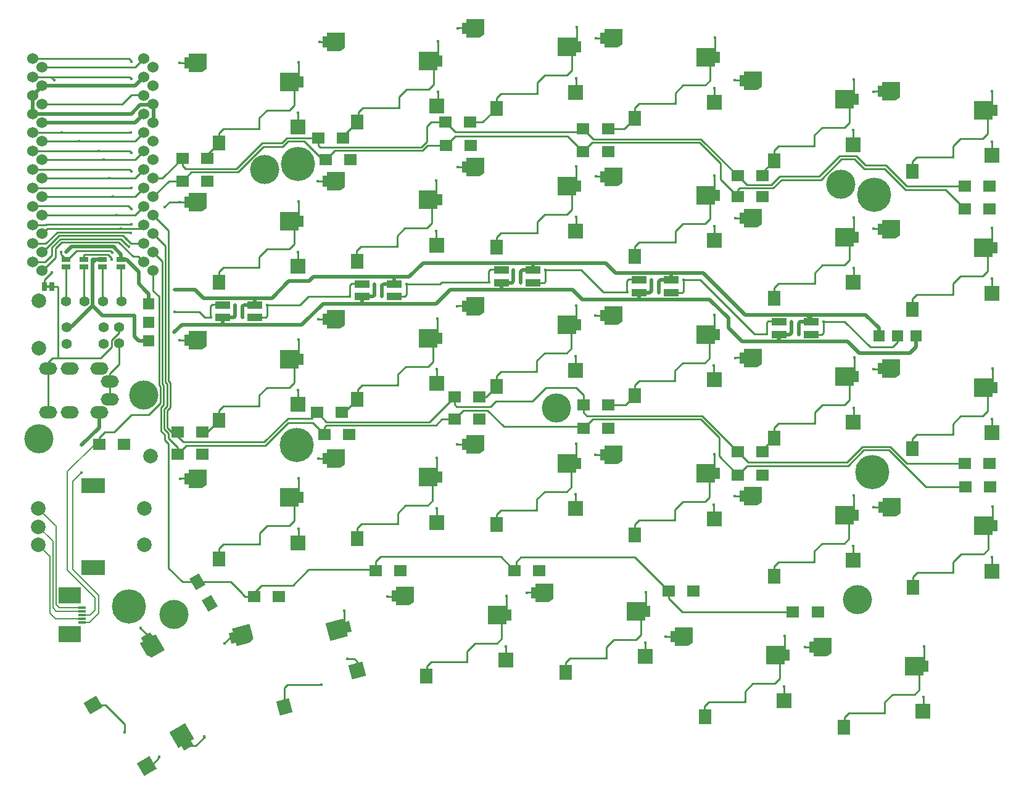
<source format=gbr>
%TF.GenerationSoftware,KiCad,Pcbnew,(5.99.0-9486-g75c525af4f)*%
%TF.CreationDate,2021-07-25T02:57:46+01:00*%
%TF.ProjectId,LimeKeyboard,4c696d65-4b65-4796-926f-6172642e6b69,rev?*%
%TF.SameCoordinates,Original*%
%TF.FileFunction,Copper,L1,Top*%
%TF.FilePolarity,Positive*%
%FSLAX46Y46*%
G04 Gerber Fmt 4.6, Leading zero omitted, Abs format (unit mm)*
G04 Created by KiCad (PCBNEW (5.99.0-9486-g75c525af4f)) date 2021-07-25 02:57:46*
%MOMM*%
%LPD*%
G01*
G04 APERTURE LIST*
G04 Aperture macros list*
%AMRotRect*
0 Rectangle, with rotation*
0 The origin of the aperture is its center*
0 $1 length*
0 $2 width*
0 $3 Rotation angle, in degrees counterclockwise*
0 Add horizontal line*
21,1,$1,$2,0,0,$3*%
%AMFreePoly0*
4,1,24,2.735355,1.235355,2.750000,1.200000,2.750000,-0.800000,2.748029,-0.804757,2.749028,-0.809806,2.740927,-0.821903,2.735355,-0.835355,2.730600,-0.837325,2.727735,-0.841603,2.127735,-1.241603,2.113450,-1.244429,2.100000,-1.250000,0.300000,-1.250000,0.264645,-1.235355,0.250000,-1.200000,0.250000,-0.750000,-0.350000,-0.750000,-0.350000,0.750000,0.250000,0.750000,0.250000,1.200000,
0.264645,1.235355,0.300000,1.250000,2.700000,1.250000,2.735355,1.235355,2.735355,1.235355,$1*%
%AMFreePoly1*
4,1,17,-0.364645,1.235355,-0.350000,1.200000,-0.350000,0.750000,0.350000,0.750000,0.350000,-0.750000,-0.350000,-0.750000,-0.350000,-1.200000,-0.364645,-1.235355,-0.400000,-1.250000,-2.800000,-1.250000,-2.835355,-1.235355,-2.850000,-1.200000,-2.850000,1.200000,-2.835355,1.235355,-2.800000,1.250000,-0.400000,1.250000,-0.364645,1.235355,-0.364645,1.235355,$1*%
G04 Aperture macros list end*
%TA.AperFunction,EtchedComponent*%
%ADD10C,0.100000*%
%TD*%
%TA.AperFunction,SMDPad,CuDef*%
%ADD11R,2.000000X1.000000*%
%TD*%
%TA.AperFunction,ComponentPad*%
%ADD12R,1.800000X1.500000*%
%TD*%
%TA.AperFunction,SMDPad,CuDef*%
%ADD13FreePoly0,0.000000*%
%TD*%
%TA.AperFunction,SMDPad,CuDef*%
%ADD14R,2.000000X2.000000*%
%TD*%
%TA.AperFunction,SMDPad,CuDef*%
%ADD15R,1.800000X2.000000*%
%TD*%
%TA.AperFunction,SMDPad,CuDef*%
%ADD16FreePoly1,0.000000*%
%TD*%
%TA.AperFunction,ComponentPad*%
%ADD17C,4.700000*%
%TD*%
%TA.AperFunction,ComponentPad*%
%ADD18C,2.000000*%
%TD*%
%TA.AperFunction,ComponentPad*%
%ADD19C,1.397000*%
%TD*%
%TA.AperFunction,SMDPad,CuDef*%
%ADD20R,0.635000X1.143000*%
%TD*%
%TA.AperFunction,SMDPad,CuDef*%
%ADD21R,1.143000X0.635000*%
%TD*%
%TA.AperFunction,ComponentPad*%
%ADD22C,4.000000*%
%TD*%
%TA.AperFunction,SMDPad,CuDef*%
%ADD23RotRect,2.000000X2.000000X120.000000*%
%TD*%
%TA.AperFunction,SMDPad,CuDef*%
%ADD24FreePoly0,300.000000*%
%TD*%
%TA.AperFunction,SMDPad,CuDef*%
%ADD25FreePoly1,300.000000*%
%TD*%
%TA.AperFunction,SMDPad,CuDef*%
%ADD26RotRect,1.800000X2.000000X120.000000*%
%TD*%
%TA.AperFunction,ComponentPad*%
%ADD27R,1.524000X1.524000*%
%TD*%
%TA.AperFunction,ComponentPad*%
%ADD28RotRect,1.800000X1.500000X300.000000*%
%TD*%
%TA.AperFunction,ComponentPad*%
%ADD29O,2.500000X1.700000*%
%TD*%
%TA.AperFunction,ComponentPad*%
%ADD30C,1.524000*%
%TD*%
%TA.AperFunction,ComponentPad*%
%ADD31R,3.200000X2.000000*%
%TD*%
%TA.AperFunction,SMDPad,CuDef*%
%ADD32RotRect,2.000000X2.000000X195.000000*%
%TD*%
%TA.AperFunction,SMDPad,CuDef*%
%ADD33FreePoly0,15.000000*%
%TD*%
%TA.AperFunction,SMDPad,CuDef*%
%ADD34FreePoly1,15.000000*%
%TD*%
%TA.AperFunction,SMDPad,CuDef*%
%ADD35RotRect,1.800000X2.000000X195.000000*%
%TD*%
%TA.AperFunction,SMDPad,CuDef*%
%ADD36R,1.100000X0.300000*%
%TD*%
%TA.AperFunction,SMDPad,CuDef*%
%ADD37R,3.100000X2.300000*%
%TD*%
%TA.AperFunction,ViaPad*%
%ADD38C,0.400000*%
%TD*%
%TA.AperFunction,Conductor*%
%ADD39C,0.500000*%
%TD*%
%TA.AperFunction,Conductor*%
%ADD40C,0.200000*%
%TD*%
%TA.AperFunction,Conductor*%
%ADD41C,0.250000*%
%TD*%
G04 APERTURE END LIST*
D10*
%TO.C,W1*%
X83531100Y-81739600D02*
X83931100Y-81739600D01*
X83931100Y-81739600D02*
X83931100Y-82039600D01*
X83931100Y-82039600D02*
X83531100Y-82039600D01*
X83531100Y-82039600D02*
X83531100Y-81739600D01*
G36*
X83931100Y-82039600D02*
G01*
X83531100Y-82039600D01*
X83531100Y-81739600D01*
X83931100Y-81739600D01*
X83931100Y-82039600D01*
G37*
X83931100Y-82039600D02*
X83531100Y-82039600D01*
X83531100Y-81739600D01*
X83931100Y-81739600D01*
X83931100Y-82039600D01*
%TD*%
D11*
%TO.P,D35,1*%
%TO.N,N/C*%
X169281200Y-82726500D03*
%TO.P,D35,2*%
X169281200Y-80976500D03*
%TO.P,D35,3*%
X164881200Y-80976500D03*
%TO.P,D35,4*%
X164881200Y-82726500D03*
%TD*%
D12*
%TO.P,D20,1*%
%TO.N,N/C*%
X121649300Y-102235600D03*
%TO.P,D20,2*%
X125049300Y-102235600D03*
%TD*%
%TO.P,D2,1*%
%TO.N,N/C*%
X120814400Y-61503900D03*
%TO.P,D2,2*%
X124214400Y-61503900D03*
%TD*%
D13*
%TO.P,SW1,1*%
%TO.N,N/C*%
X102759000Y-51211900D03*
D14*
X118059000Y-60011900D03*
D15*
%TO.P,SW1,2*%
X107159000Y-62211900D03*
D16*
X118459000Y-53811900D03*
%TD*%
D13*
%TO.P,SW24,1*%
%TO.N,N/C*%
X198009000Y-112211900D03*
D14*
X213309000Y-121011900D03*
D15*
%TO.P,SW24,2*%
X202409000Y-123211900D03*
D16*
X213709000Y-114811900D03*
%TD*%
D12*
%TO.P,D10,1*%
%TO.N,N/C*%
X157176200Y-63360900D03*
%TO.P,D10,2*%
X160576200Y-63360900D03*
%TD*%
D17*
%TO.P,TH5,*%
%TO.N,*%
X117827100Y-103670600D03*
%TD*%
D12*
%TO.P,D26,1*%
%TO.N,N/C*%
X111990400Y-124510800D03*
%TO.P,D26,2*%
X115390400Y-124510800D03*
%TD*%
%TO.P,D14,1*%
%TO.N,N/C*%
X120649300Y-99235600D03*
%TO.P,D14,2*%
X124049300Y-99235600D03*
%TD*%
%TO.P,D4,1*%
%TO.N,N/C*%
X157176200Y-60260900D03*
%TO.P,D4,2*%
X160576200Y-60260900D03*
%TD*%
%TO.P,D13,1*%
%TO.N,N/C*%
X101473200Y-101880100D03*
%TO.P,D13,2*%
X104873200Y-101880100D03*
%TD*%
D13*
%TO.P,SW3,1*%
%TO.N,N/C*%
X140859000Y-46421900D03*
D14*
X156159000Y-55221900D03*
D15*
%TO.P,SW3,2*%
X145259000Y-57421900D03*
D16*
X156559000Y-49021900D03*
%TD*%
D12*
%TO.P,D1,1*%
%TO.N,N/C*%
X102159000Y-64311900D03*
%TO.P,D1,2*%
X105559000Y-64311900D03*
%TD*%
%TO.P,D7,1*%
%TO.N,N/C*%
X102159000Y-67411900D03*
%TO.P,D7,2*%
X105559000Y-67411900D03*
%TD*%
D18*
%TO.P,RSW1,1*%
%TO.N,N/C*%
X82461100Y-83873200D03*
%TO.P,RSW1,2*%
X82461100Y-90373200D03*
%TD*%
D19*
%TO.P,R2,1*%
%TO.N,N/C*%
X86291772Y-87510765D03*
%TO.P,R2,2*%
X91371772Y-87510765D03*
%TD*%
D12*
%TO.P,D6,1*%
%TO.N,N/C*%
X209546300Y-68162700D03*
%TO.P,D6,2*%
X212946300Y-68162700D03*
%TD*%
D20*
%TO.P,W1,1*%
%TO.N,N/C*%
X83230720Y-81889600D03*
%TO.P,W1,2*%
X84231480Y-81889600D03*
%TD*%
D12*
%TO.P,D5,1*%
%TO.N,N/C*%
X178397100Y-66699200D03*
%TO.P,D5,2*%
X181797100Y-66699200D03*
%TD*%
%TO.P,D3,1*%
%TO.N,N/C*%
X138239700Y-59318100D03*
%TO.P,D3,2*%
X141639700Y-59318100D03*
%TD*%
D21*
%TO.P,JP4,1*%
%TO.N,N/C*%
X86146300Y-79185680D03*
%TO.P,JP4,2*%
X86146300Y-78184920D03*
%TD*%
D12*
%TO.P,D12,1*%
%TO.N,N/C*%
X209546300Y-71262700D03*
%TO.P,D12,2*%
X212946300Y-71262700D03*
%TD*%
%TO.P,D9,1*%
%TO.N,N/C*%
X138339700Y-62518100D03*
%TO.P,D9,2*%
X141739700Y-62518100D03*
%TD*%
%TO.P,D11,1*%
%TO.N,N/C*%
X178397100Y-69599200D03*
%TO.P,D11,2*%
X181797100Y-69599200D03*
%TD*%
D22*
%TO.P,TH5,*%
%TO.N,*%
X192519300Y-67881500D03*
%TD*%
%TO.P,TH7,*%
%TO.N,*%
X153530300Y-98640900D03*
%TD*%
%TO.P,TH3,*%
%TO.N,*%
X100990400Y-126949200D03*
%TD*%
D11*
%TO.P,D36,1*%
%TO.N,N/C*%
X188445500Y-88492300D03*
%TO.P,D36,2*%
X188445500Y-86742300D03*
%TO.P,D36,3*%
X184045500Y-86742300D03*
%TO.P,D36,4*%
X184045500Y-88492300D03*
%TD*%
D22*
%TO.P,TH6,*%
%TO.N,*%
X113474500Y-65849500D03*
%TD*%
D23*
%TO.P,SW25,1*%
%TO.N,N/C*%
X97284706Y-147756706D03*
D24*
X97255730Y-130106517D03*
D25*
%TO.P,SW25,2*%
X102854064Y-145003116D03*
D26*
X89929450Y-139417029D03*
%TD*%
D22*
%TO.P,TH4,*%
%TO.N,*%
X194856100Y-124968000D03*
%TD*%
D27*
%TO.P,LED,1*%
%TO.N,N/C*%
X97548700Y-89355300D03*
%TO.P,LED,2*%
X97548700Y-86855300D03*
%TO.P,LED,3*%
X97548700Y-84255300D03*
%TD*%
%TO.P,LED,1*%
%TO.N,N/C*%
X202844400Y-88734900D03*
%TO.P,LED,2*%
X200344400Y-88734900D03*
%TO.P,LED,3*%
X197744400Y-88734900D03*
%TD*%
D22*
%TO.P,TH1,*%
%TO.N,*%
X82473800Y-102831900D03*
%TD*%
D12*
%TO.P,D27,1*%
%TO.N,N/C*%
X128715900Y-120918100D03*
%TO.P,D27,2*%
X132115900Y-120918100D03*
%TD*%
%TO.P,D15,1*%
%TO.N,N/C*%
X139484300Y-97062500D03*
%TO.P,D15,2*%
X142884300Y-97062500D03*
%TD*%
%TO.P,D31,1*%
%TO.N,N/C*%
X90750000Y-103575000D03*
%TO.P,D31,2*%
X94150000Y-103575000D03*
%TD*%
D28*
%TO.P,D25,1*%
%TO.N,N/C*%
X104190800Y-122516900D03*
%TO.P,D25,2*%
X105890800Y-125461386D03*
%TD*%
D22*
%TO.P,TH2,*%
%TO.N,*%
X96824800Y-96824800D03*
%TD*%
D12*
%TO.P,D22,1*%
%TO.N,N/C*%
X157214300Y-101410100D03*
%TO.P,D22,2*%
X160614300Y-101410100D03*
%TD*%
%TO.P,D16,1*%
%TO.N,N/C*%
X157214300Y-98210100D03*
%TO.P,D16,2*%
X160614300Y-98210100D03*
%TD*%
%TO.P,D18,1*%
%TO.N,N/C*%
X209546300Y-106262700D03*
%TO.P,D18,2*%
X212946300Y-106262700D03*
%TD*%
D13*
%TO.P,SW29,1*%
%TO.N,N/C*%
X169459000Y-129977200D03*
D14*
X184759000Y-138777200D03*
D16*
%TO.P,SW29,2*%
X185159000Y-132577200D03*
D15*
X173859000Y-140977200D03*
%TD*%
D12*
%TO.P,D28,1*%
%TO.N,N/C*%
X147739700Y-120918100D03*
%TO.P,D28,2*%
X151139700Y-120918100D03*
%TD*%
%TO.P,D24,1*%
%TO.N,N/C*%
X209646300Y-109462700D03*
%TO.P,D24,2*%
X213046300Y-109462700D03*
%TD*%
%TO.P,D17,1*%
%TO.N,N/C*%
X178397100Y-104599200D03*
%TO.P,D17,2*%
X181797100Y-104599200D03*
%TD*%
%TO.P,D23,1*%
%TO.N,N/C*%
X178397100Y-107799200D03*
%TO.P,D23,2*%
X181797100Y-107799200D03*
%TD*%
D13*
%TO.P,SW30,1*%
%TO.N,N/C*%
X188509000Y-131477200D03*
D14*
X203809000Y-140277200D03*
D15*
%TO.P,SW30,2*%
X192909000Y-142477200D03*
D16*
X204209000Y-134077200D03*
%TD*%
D12*
%TO.P,D21,1*%
%TO.N,N/C*%
X139484300Y-100162500D03*
%TO.P,D21,2*%
X142884300Y-100162500D03*
%TD*%
D19*
%TO.P,J3,1*%
%TO.N,N/C*%
X86146300Y-83985300D03*
%TO.P,J3,2*%
X88686300Y-83985300D03*
%TO.P,J3,3*%
X91226300Y-83985300D03*
%TO.P,J3,4*%
X93766300Y-83985300D03*
%TD*%
D12*
%TO.P,D19,1*%
%TO.N,N/C*%
X101473200Y-104980100D03*
%TO.P,D19,2*%
X104873200Y-104980100D03*
%TD*%
D14*
%TO.P,SW21,1*%
%TO.N,N/C*%
X156159000Y-112411900D03*
D13*
X140859000Y-103611900D03*
D16*
%TO.P,SW21,2*%
X156559000Y-106211900D03*
D15*
X145259000Y-114611900D03*
%TD*%
D13*
%TO.P,SW20,1*%
%TO.N,N/C*%
X121759000Y-105511900D03*
D14*
X137059000Y-114311900D03*
D16*
%TO.P,SW20,2*%
X137459000Y-108111900D03*
D15*
X126159000Y-116511900D03*
%TD*%
D14*
%TO.P,SW23,1*%
%TO.N,N/C*%
X194259000Y-119511900D03*
D13*
X178959000Y-110711900D03*
D16*
%TO.P,SW23,2*%
X194659000Y-113311900D03*
D15*
X183359000Y-121711900D03*
%TD*%
D13*
%TO.P,SW27,1*%
%TO.N,N/C*%
X131259000Y-124461900D03*
D14*
X146559000Y-133261900D03*
D16*
%TO.P,SW27,2*%
X146959000Y-127061900D03*
D15*
X135659000Y-135461900D03*
%TD*%
D14*
%TO.P,SW17,1*%
%TO.N,N/C*%
X194259000Y-100511900D03*
D13*
X178959000Y-91711900D03*
D16*
%TO.P,SW17,2*%
X194659000Y-94311900D03*
D15*
X183359000Y-102711900D03*
%TD*%
D13*
%TO.P,SW15,1*%
%TO.N,N/C*%
X140859000Y-84611900D03*
D14*
X156159000Y-93411900D03*
D15*
%TO.P,SW15,2*%
X145259000Y-95611900D03*
D16*
X156559000Y-87211900D03*
%TD*%
D13*
%TO.P,SW14,1*%
%TO.N,N/C*%
X121759000Y-86411900D03*
D14*
X137059000Y-95211900D03*
D15*
%TO.P,SW14,2*%
X126159000Y-97411900D03*
D16*
X137459000Y-89011900D03*
%TD*%
D29*
%TO.P,J2,1*%
%TO.N,N/C*%
X90718100Y-99152000D03*
X90718100Y-93202000D03*
%TO.P,J2,2*%
X86718100Y-93202000D03*
X86718100Y-99152000D03*
%TO.P,J2,3*%
X83718100Y-99152000D03*
X83718100Y-93202000D03*
%TO.P,J2,4*%
X92218100Y-94952000D03*
X92218100Y-97402000D03*
%TD*%
D30*
%TO.P,U1,1*%
%TO.N,N/C*%
X98165115Y-51811045D03*
X81626300Y-50615300D03*
%TO.P,U1,2*%
X98165115Y-54351045D03*
X81626300Y-53155300D03*
%TO.P,U1,3*%
X81626300Y-55695300D03*
X98165115Y-56891045D03*
%TO.P,U1,4*%
X81626300Y-58235300D03*
X98165115Y-59431045D03*
%TO.P,U1,5*%
X98165115Y-61971045D03*
X81626300Y-60775300D03*
%TO.P,U1,6*%
X98165115Y-64511045D03*
X81626300Y-63315300D03*
%TO.P,U1,7*%
X98165115Y-67051045D03*
X81626300Y-65855300D03*
%TO.P,U1,8*%
X81626300Y-68395300D03*
X98165115Y-69591045D03*
%TO.P,U1,9*%
X98165115Y-72131045D03*
X81626300Y-70935300D03*
%TO.P,U1,10*%
X98165115Y-74671045D03*
X81626300Y-73475300D03*
%TO.P,U1,11*%
X98165115Y-77211045D03*
X81626300Y-76015300D03*
%TO.P,U1,12*%
X98165115Y-79751045D03*
X81626300Y-78555300D03*
%TO.P,U1,13*%
X96866300Y-78555300D03*
X82925115Y-79751045D03*
%TO.P,U1,14*%
X82925115Y-77211045D03*
X96866300Y-76015300D03*
%TO.P,U1,15*%
X82925115Y-74671045D03*
X96866300Y-73475300D03*
%TO.P,U1,16*%
X82925115Y-72131045D03*
X96866300Y-70935300D03*
%TO.P,U1,17*%
X96866300Y-68395300D03*
X82925115Y-69591045D03*
%TO.P,U1,18*%
X82925115Y-67051045D03*
X96866300Y-65855300D03*
%TO.P,U1,19*%
X82925115Y-64511045D03*
X96866300Y-63315300D03*
%TO.P,U1,20*%
X96866300Y-60775300D03*
X82925115Y-61971045D03*
%TO.P,U1,21*%
X82925115Y-59431045D03*
X96866300Y-58235300D03*
%TO.P,U1,22*%
X96866300Y-55695300D03*
X82925115Y-56891045D03*
%TO.P,U1,23*%
X82925115Y-54351045D03*
X96866300Y-53155300D03*
%TO.P,U1,24*%
X96866300Y-50615300D03*
X82925115Y-51811045D03*
%TD*%
D14*
%TO.P,SW16,1*%
%TO.N,N/C*%
X175159000Y-94711900D03*
D13*
X159859000Y-85911900D03*
D16*
%TO.P,SW16,2*%
X175559000Y-88511900D03*
D15*
X164259000Y-96911900D03*
%TD*%
D13*
%TO.P,SW28,1*%
%TO.N,N/C*%
X150359000Y-123961900D03*
D14*
X165659000Y-132761900D03*
D16*
%TO.P,SW28,2*%
X166059000Y-126561900D03*
D15*
X154759000Y-134961900D03*
%TD*%
D13*
%TO.P,SW19,1*%
%TO.N,N/C*%
X102759000Y-108311900D03*
D14*
X118059000Y-117111900D03*
D15*
%TO.P,SW19,2*%
X107159000Y-119311900D03*
D16*
X118459000Y-110911900D03*
%TD*%
D18*
%TO.P,SW31,A*%
%TO.N,N/C*%
X82416000Y-112409600D03*
%TO.P,SW31,B*%
X82416000Y-117409600D03*
%TO.P,SW31,C*%
X82416000Y-114909600D03*
D31*
%TO.P,SW31,MP*%
X89916000Y-109309600D03*
X89916000Y-120509600D03*
D18*
%TO.P,SW31,S1*%
X96916000Y-117409600D03*
%TO.P,SW31,S2*%
X96916000Y-112409600D03*
%TD*%
D13*
%TO.P,SW22,1*%
%TO.N,N/C*%
X159859000Y-105011900D03*
D14*
X175159000Y-113811900D03*
D15*
%TO.P,SW22,2*%
X164259000Y-116011900D03*
D16*
X175559000Y-107611900D03*
%TD*%
D32*
%TO.P,SW26,1*%
%TO.N,N/C*%
X126120630Y-134709391D03*
D33*
X109064357Y-130169175D03*
D34*
%TO.P,SW26,2*%
X124902322Y-128617124D03*
D35*
X116161440Y-139655556D03*
%TD*%
D13*
%TO.P,SW18,1*%
%TO.N,N/C*%
X197959000Y-93211900D03*
D14*
X213259000Y-102011900D03*
D16*
%TO.P,SW18,2*%
X213659000Y-95811900D03*
D15*
X202359000Y-104211900D03*
%TD*%
D17*
%TO.P,TH4,*%
%TO.N,*%
X197142100Y-69329300D03*
%TD*%
%TO.P,TH7,*%
%TO.N,*%
X94800000Y-125875000D03*
%TD*%
D11*
%TO.P,D33,1*%
%TO.N,N/C*%
X131244700Y-83298000D03*
%TO.P,D33,2*%
X131244700Y-81548000D03*
%TO.P,D33,3*%
X126844700Y-81548000D03*
%TO.P,D33,4*%
X126844700Y-83298000D03*
%TD*%
D17*
%TO.P,TH3,*%
%TO.N,*%
X118055700Y-65048300D03*
%TD*%
D11*
%TO.P,D32,1*%
%TO.N,N/C*%
X112133600Y-86194100D03*
%TO.P,D32,2*%
X112133600Y-84444100D03*
%TO.P,D32,3*%
X107733600Y-84444100D03*
%TO.P,D32,4*%
X107733600Y-86194100D03*
%TD*%
D12*
%TO.P,D29,1*%
%TO.N,N/C*%
X168913600Y-123710700D03*
%TO.P,D29,2*%
X172313600Y-123710700D03*
%TD*%
%TO.P,D8,1*%
%TO.N,N/C*%
X121814400Y-64503900D03*
%TO.P,D8,2*%
X125214400Y-64503900D03*
%TD*%
%TO.P,D30,1*%
%TO.N,N/C*%
X185954800Y-126607700D03*
%TO.P,D30,2*%
X189354800Y-126607700D03*
%TD*%
D11*
%TO.P,D34,1*%
%TO.N,N/C*%
X150320100Y-81380300D03*
%TO.P,D34,2*%
X150320100Y-79630300D03*
%TO.P,D34,3*%
X145920100Y-79630300D03*
%TO.P,D34,4*%
X145920100Y-81380300D03*
%TD*%
D21*
%TO.P,JP3,1*%
%TO.N,N/C*%
X88646300Y-79185680D03*
%TO.P,JP3,2*%
X88646300Y-78184920D03*
%TD*%
D13*
%TO.P,SW12,1*%
%TO.N,N/C*%
X197959000Y-74011900D03*
D14*
X213259000Y-82811900D03*
D16*
%TO.P,SW12,2*%
X213659000Y-76611900D03*
D15*
X202359000Y-85011900D03*
%TD*%
D19*
%TO.P,R1,1*%
%TO.N,N/C*%
X86291772Y-89760765D03*
%TO.P,R1,2*%
X91371772Y-89760765D03*
%TD*%
D14*
%TO.P,SW8,1*%
%TO.N,N/C*%
X137059000Y-76211900D03*
D13*
X121759000Y-67411900D03*
D16*
%TO.P,SW8,2*%
X137459000Y-70011900D03*
D15*
X126159000Y-78411900D03*
%TD*%
D14*
%TO.P,SW5,1*%
%TO.N,N/C*%
X194259000Y-62411900D03*
D13*
X178959000Y-53611900D03*
D16*
%TO.P,SW5,2*%
X194659000Y-56211900D03*
D15*
X183359000Y-64611900D03*
%TD*%
D14*
%TO.P,SW10,1*%
%TO.N,N/C*%
X175159000Y-75611900D03*
D13*
X159859000Y-66811900D03*
D15*
%TO.P,SW10,2*%
X164259000Y-77811900D03*
D16*
X175559000Y-69411900D03*
%TD*%
D21*
%TO.P,JP1,1*%
%TO.N,N/C*%
X93746300Y-79185680D03*
%TO.P,JP1,2*%
X93746300Y-78184920D03*
%TD*%
D14*
%TO.P,SW7,1*%
%TO.N,N/C*%
X118059000Y-79111900D03*
D13*
X102759000Y-70311900D03*
D15*
%TO.P,SW7,2*%
X107159000Y-81311900D03*
D16*
X118459000Y-72911900D03*
%TD*%
D13*
%TO.P,SW9,1*%
%TO.N,N/C*%
X140859000Y-65511900D03*
D14*
X156159000Y-74311900D03*
D16*
%TO.P,SW9,2*%
X156559000Y-68111900D03*
D15*
X145259000Y-76511900D03*
%TD*%
D14*
%TO.P,SW6,1*%
%TO.N,N/C*%
X213259000Y-63911900D03*
D13*
X197959000Y-55111900D03*
D16*
%TO.P,SW6,2*%
X213659000Y-57711900D03*
D15*
X202359000Y-66111900D03*
%TD*%
D14*
%TO.P,SW4,1*%
%TO.N,N/C*%
X175159000Y-56611900D03*
D13*
X159859000Y-47811900D03*
D15*
%TO.P,SW4,2*%
X164259000Y-58811900D03*
D16*
X175559000Y-50411900D03*
%TD*%
D19*
%TO.P,P2,1*%
%TO.N,N/C*%
X93492500Y-87548800D03*
%TD*%
D21*
%TO.P,JP2,1*%
%TO.N,N/C*%
X91146300Y-79185680D03*
%TO.P,JP2,2*%
X91146300Y-78184920D03*
%TD*%
D17*
%TO.P,TH6,*%
%TO.N,*%
X196846500Y-107366000D03*
%TD*%
D14*
%TO.P,SW11,1*%
%TO.N,N/C*%
X194259000Y-81311900D03*
D13*
X178959000Y-72511900D03*
D15*
%TO.P,SW11,2*%
X183359000Y-83511900D03*
D16*
X194659000Y-75111900D03*
%TD*%
D14*
%TO.P,SW2,1*%
%TO.N,N/C*%
X137059000Y-57111900D03*
D13*
X121759000Y-48311900D03*
D15*
%TO.P,SW2,2*%
X126159000Y-59311900D03*
D16*
X137459000Y-50911900D03*
%TD*%
D13*
%TO.P,SW13,1*%
%TO.N,N/C*%
X102759000Y-89311900D03*
D14*
X118059000Y-98111900D03*
D15*
%TO.P,SW13,2*%
X107159000Y-100311900D03*
D16*
X118459000Y-91911900D03*
%TD*%
D19*
%TO.P,P1,1*%
%TO.N,N/C*%
X93492500Y-89748800D03*
%TD*%
D36*
%TO.P,JOYSTICK,1*%
%TO.N,N/C*%
X88425000Y-126045000D03*
%TO.P,JOYSTICK,2*%
X88425000Y-126545000D03*
%TO.P,JOYSTICK,3*%
X88425000Y-127045000D03*
%TO.P,JOYSTICK,4*%
X88425000Y-127545000D03*
%TO.P,JOYSTICK,5*%
X88425000Y-128045000D03*
D37*
%TO.P,JOYSTICK,MP*%
X86725000Y-129715000D03*
X86725000Y-124375000D03*
%TD*%
D18*
%TO.P,,J1*%
%TO.N,N/C*%
X97775000Y-105175000D03*
%TD*%
D38*
%TO.N,*%
X88325000Y-103675000D03*
X88300000Y-107500000D03*
X124790200Y-133057900D03*
X121259600Y-136601200D03*
X94786833Y-76457469D03*
X105181400Y-143751300D03*
X118097300Y-51104800D03*
X95059000Y-74585300D03*
X112721700Y-60207494D03*
X107924600Y-130949700D03*
X165735000Y-123875800D03*
X137147300Y-86334600D03*
X194297300Y-53505100D03*
X213309200Y-55041800D03*
X156260800Y-46316900D03*
X95159000Y-71285300D03*
X146621500Y-124396500D03*
X137261600Y-48234600D03*
X95158992Y-66085300D03*
X169808200Y-75815794D03*
X86359000Y-58185300D03*
X187642500Y-131484800D03*
X112721700Y-79308294D03*
X131644700Y-76438094D03*
X137020300Y-67335400D03*
X118097300Y-89230200D03*
X175183800Y-66713100D03*
X188921700Y-62607794D03*
X207895500Y-83003994D03*
X188985200Y-100720494D03*
X95159000Y-73385300D03*
X131720900Y-114550794D03*
X131771700Y-95437294D03*
X156184600Y-103530400D03*
X188909000Y-119732394D03*
X150885200Y-55419594D03*
X150809000Y-93608494D03*
X213347300Y-112128300D03*
X207971700Y-121230994D03*
X141245900Y-133499194D03*
X175221900Y-47701200D03*
X156184600Y-84505800D03*
X194360800Y-91617800D03*
X118148100Y-108216700D03*
X169782800Y-94916594D03*
X86159000Y-77185300D03*
X86359000Y-54351045D03*
X194284600Y-110629700D03*
X95159000Y-68385300D03*
X124409200Y-126479300D03*
X188959800Y-81518094D03*
X175158400Y-104940100D03*
X131886000Y-57337294D03*
X194335400Y-72415400D03*
X207933600Y-64144494D03*
X169846300Y-56803894D03*
X169782800Y-114042794D03*
X150809000Y-112633094D03*
X175158400Y-85813900D03*
X150847100Y-74533094D03*
X118097300Y-70205600D03*
X89859008Y-78185300D03*
X89859000Y-59431045D03*
X207946300Y-102257194D03*
X203898500Y-138342800D03*
X213309200Y-119075200D03*
X213283800Y-100101400D03*
X156222700Y-65430400D03*
X213321900Y-93154500D03*
X213271100Y-73901300D03*
X112772500Y-117319394D03*
X160359400Y-132978494D03*
X137096500Y-105448100D03*
X112721700Y-98332894D03*
X175120300Y-92760800D03*
X213271100Y-61988700D03*
X175120300Y-111887000D03*
X175183800Y-54648100D03*
X93759000Y-73960300D03*
X177990500Y-110718600D03*
X146583400Y-131343400D03*
X156222700Y-53263800D03*
X92634000Y-69591045D03*
X130327400Y-124485400D03*
X156146500Y-110477300D03*
X139890500Y-103619300D03*
X168490900Y-129986200D03*
X98933000Y-146507200D03*
X94272100Y-143154400D03*
X137223500Y-55181500D03*
X178041300Y-72504300D03*
X175145700Y-73660000D03*
X120726200Y-67424300D03*
X197015100Y-55130700D03*
X156184600Y-72377300D03*
X158889700Y-66802000D03*
X85509000Y-77191147D03*
X184746900Y-136844200D03*
X139890500Y-84594700D03*
X196977000Y-73990200D03*
X194246500Y-117576600D03*
X93159000Y-72131045D03*
X137109200Y-93281500D03*
X194259200Y-60452000D03*
X156146500Y-91452700D03*
X95059000Y-60785300D03*
X92459000Y-78185300D03*
X120967500Y-48323500D03*
X95159018Y-63585300D03*
X90659000Y-63285300D03*
X178066700Y-91706700D03*
X158864300Y-105029000D03*
X92559000Y-77285300D03*
X120853200Y-86423500D03*
X120802400Y-105537000D03*
X85559000Y-60775300D03*
X179409400Y-138999994D03*
X95159000Y-53385300D03*
X158927800Y-47790100D03*
X92134000Y-67051045D03*
X194297300Y-79362300D03*
X139966700Y-46405800D03*
X197053200Y-112217200D03*
X139928600Y-65519300D03*
X178003200Y-53594000D03*
X149440900Y-123964700D03*
X96393000Y-128790700D03*
X136982200Y-74282300D03*
X194322700Y-98564700D03*
X137058400Y-112395000D03*
X95159006Y-50985300D03*
X158864300Y-85902800D03*
X184785000Y-129897300D03*
X94459000Y-75385300D03*
X84259000Y-79985300D03*
X213233000Y-80848200D03*
X197027800Y-93243400D03*
X165696900Y-130822700D03*
X166548900Y-80990606D03*
X110450800Y-86179494D03*
X91333255Y-64511045D03*
X101803200Y-51193700D03*
X118059200Y-58051700D03*
X106058800Y-86121406D03*
X182360400Y-88432806D03*
X128512400Y-81562106D03*
X118059200Y-77152500D03*
X101053900Y-82334100D03*
X118059200Y-96177100D03*
X101041200Y-88188800D03*
X84559000Y-53585300D03*
X101803200Y-89319100D03*
X147587800Y-79644406D03*
X125159600Y-83238506D03*
X198561000Y-140498594D03*
X203936600Y-131395900D03*
X101053900Y-85369400D03*
X101803200Y-70294500D03*
X144235000Y-81320806D03*
X190120100Y-86743706D03*
X151994700Y-79631706D03*
X101854000Y-108305600D03*
X87973255Y-61971045D03*
X109411600Y-84445006D03*
X99733100Y-70967600D03*
X118110000Y-115163600D03*
X113818500Y-84432306D03*
X163196100Y-82667006D03*
X170955800Y-80977906D03*
X185713200Y-86756406D03*
X132919300Y-81549406D03*
%TD*%
D39*
%TO.N,*%
X88325000Y-103675000D02*
X90718100Y-101281900D01*
X90718100Y-101281900D02*
X90718100Y-99152000D01*
D40*
X89405000Y-128045000D02*
X88425000Y-128045000D01*
X88300000Y-107500000D02*
X87150000Y-108650000D01*
X87150000Y-108650000D02*
X87150000Y-120800000D01*
X90675000Y-124325000D02*
X90675000Y-126775000D01*
X87150000Y-120800000D02*
X90675000Y-124325000D01*
X90675000Y-126775000D02*
X89405000Y-128045000D01*
X86375000Y-120900000D02*
X86375000Y-120500000D01*
X88425000Y-127045000D02*
X89505000Y-127045000D01*
X89505000Y-127045000D02*
X90150000Y-126400000D01*
X90150000Y-126400000D02*
X90150000Y-124675000D01*
X90150000Y-124675000D02*
X86375000Y-120900000D01*
X86375000Y-120900000D02*
X86375000Y-107325000D01*
X86375000Y-107325000D02*
X90125000Y-103575000D01*
X90125000Y-103575000D02*
X90750000Y-103575000D01*
X84703200Y-114696800D02*
X82416000Y-112409600D01*
X84800000Y-114793600D02*
X84703200Y-114696800D01*
X88425000Y-126045000D02*
X85220000Y-126045000D01*
X85220000Y-126045000D02*
X84800000Y-125625000D01*
X84800000Y-125625000D02*
X84800000Y-114793600D01*
X84400000Y-116893600D02*
X82416000Y-114909600D01*
X88425000Y-126545000D02*
X84870000Y-126545000D01*
X84870000Y-126545000D02*
X84400000Y-126075000D01*
X84400000Y-126075000D02*
X84400000Y-116893600D01*
X84000000Y-118993600D02*
X82416000Y-117409600D01*
X88425000Y-127545000D02*
X84745000Y-127545000D01*
X84745000Y-127545000D02*
X84000000Y-126800000D01*
X84000000Y-126800000D02*
X84000000Y-118993600D01*
D41*
X184175400Y-66725800D02*
X182956200Y-67945000D01*
X192354200Y-63969900D02*
X189598300Y-66725800D01*
X194614800Y-63969900D02*
X192354200Y-63969900D01*
X195910200Y-65265300D02*
X194614800Y-63969900D01*
X179642900Y-67945000D02*
X178397100Y-66699200D01*
X209546300Y-68162700D02*
X201614300Y-68162700D01*
X194424300Y-64427100D02*
X192595500Y-64427100D01*
X192595500Y-64427100D02*
X189788800Y-67233800D01*
X178397100Y-68599200D02*
X178397100Y-69599200D01*
X206896310Y-68612710D02*
X201427900Y-68612710D01*
X110432356Y-124139657D02*
X110432356Y-124122956D01*
X199188501Y-65736901D02*
X199175801Y-65736901D01*
X201614300Y-68162700D02*
X199188501Y-65736901D01*
X201427900Y-68612710D02*
X199002101Y-66186911D01*
X199002101Y-66186911D02*
X198978111Y-66186911D01*
X102159000Y-65311900D02*
X102576790Y-65729690D01*
X198978111Y-66186911D02*
X198513700Y-65722500D01*
X183217391Y-68395009D02*
X178601291Y-68395009D01*
X109715300Y-123405900D02*
X109702600Y-123405900D01*
X108813600Y-122516900D02*
X104190800Y-122516900D01*
X102159000Y-64311900D02*
X102159000Y-65311900D01*
X120814400Y-61503900D02*
X116473900Y-61503900D01*
X110432356Y-124122956D02*
X109715300Y-123405900D01*
X198704200Y-65265300D02*
X195910200Y-65265300D01*
X199175801Y-65736901D02*
X198704200Y-65265300D01*
X198513700Y-65722500D02*
X195719700Y-65722500D01*
X109702600Y-123405900D02*
X108813600Y-122516900D01*
X189598300Y-66725800D02*
X184175400Y-66725800D01*
X182956200Y-67945000D02*
X179642900Y-67945000D01*
D39*
X183807600Y-89445600D02*
X193445900Y-89445600D01*
X95259000Y-85885300D02*
X95613500Y-85885300D01*
X102082600Y-87147400D02*
X101041200Y-88188800D01*
D41*
X184378600Y-67233800D02*
X183217391Y-68395009D01*
X121425300Y-64503900D02*
X121814400Y-64503900D01*
D39*
X104355900Y-87147400D02*
X102082600Y-87147400D01*
D41*
X104457500Y-85369400D02*
X105209506Y-86121406D01*
X101053900Y-85369400D02*
X104457500Y-85369400D01*
X116674900Y-61950600D02*
X118872000Y-61950600D01*
X195719700Y-65722500D02*
X194424300Y-64427100D01*
X103391200Y-66179700D02*
X109816900Y-66179700D01*
X115925600Y-62699900D02*
X116674900Y-61950600D01*
X95613500Y-85885300D02*
X95618300Y-85890100D01*
X113131600Y-62166500D02*
X109568410Y-65729690D01*
D39*
X195072000Y-91071700D02*
X195935600Y-91071700D01*
X96200600Y-89355300D02*
X97548700Y-89355300D01*
X97548700Y-84255300D02*
X97548700Y-82905600D01*
D41*
X115811300Y-62166500D02*
X113131600Y-62166500D01*
D39*
X95618300Y-85890100D02*
X95618300Y-88773000D01*
D41*
X118872000Y-61950600D02*
X121425300Y-64503900D01*
D39*
X95618300Y-88773000D02*
X96200600Y-89355300D01*
D41*
X200344400Y-89558500D02*
X200344400Y-88734900D01*
X189788800Y-67233800D02*
X184378600Y-67233800D01*
X178601291Y-68395009D02*
X178397100Y-68599200D01*
X102576790Y-65729690D02*
X109568410Y-65729690D01*
X116473900Y-61503900D02*
X115811300Y-62166500D01*
X121107800Y-64503900D02*
X121814400Y-64503900D01*
X109816900Y-66179700D02*
X113296700Y-62699900D01*
X209546300Y-71262700D02*
X206896310Y-68612710D01*
X113296700Y-62699900D02*
X115925600Y-62699900D01*
D39*
X187884300Y-85788000D02*
X195751900Y-85788000D01*
X193445900Y-89445600D02*
X195072000Y-91071700D01*
D41*
X102159000Y-67411900D02*
X103391200Y-66179700D01*
D39*
X97548700Y-82905600D02*
X96977200Y-82334100D01*
D41*
X139484300Y-98062500D02*
X139821400Y-98399600D01*
X145161000Y-97701100D02*
X150190200Y-97701100D01*
X156985100Y-101180900D02*
X157214300Y-101410100D01*
X157214300Y-96863900D02*
X157214300Y-98210100D01*
X140739200Y-98907600D02*
X144043400Y-98907600D01*
X193068106Y-86743706D02*
X196557900Y-90233500D01*
X139484300Y-97062500D02*
X139484300Y-98062500D01*
X190120100Y-86743706D02*
X193068106Y-86743706D01*
D39*
X202844400Y-90220800D02*
X202844400Y-88734900D01*
D41*
X144043400Y-98907600D02*
X146316700Y-101180900D01*
X199669400Y-90233500D02*
X200344400Y-89558500D01*
X152069800Y-95821500D02*
X156171900Y-95821500D01*
D39*
X201993500Y-91071700D02*
X202844400Y-90220800D01*
D41*
X146316700Y-101180900D02*
X156985100Y-101180900D01*
X150190200Y-97701100D02*
X152069800Y-95821500D01*
X196557900Y-90233500D02*
X199669400Y-90233500D01*
D39*
X195751900Y-85788000D02*
X195947800Y-85788000D01*
X197744400Y-87584600D02*
X197744400Y-88734900D01*
D41*
X156171900Y-95821500D02*
X157214300Y-96863900D01*
D39*
X195947800Y-85788000D02*
X197744400Y-87584600D01*
X195935600Y-91071700D02*
X201993500Y-91071700D01*
D41*
X144462500Y-98399600D02*
X145161000Y-97701100D01*
X139821400Y-98399600D02*
X144462500Y-98399600D01*
D39*
X110679700Y-84430400D02*
X110439200Y-84670900D01*
X112128800Y-84430400D02*
X110679700Y-84430400D01*
X114122200Y-83489800D02*
X114452400Y-83489800D01*
D41*
X126844700Y-84241000D02*
X126834400Y-84251300D01*
D39*
X126844700Y-83298000D02*
X126844700Y-84241000D01*
X184045500Y-89207700D02*
X183807600Y-89445600D01*
D41*
X145920100Y-82331200D02*
X145922500Y-82333600D01*
D39*
X182014000Y-89445600D02*
X183807600Y-89445600D01*
X162849700Y-83679800D02*
X164897300Y-83679800D01*
X145920100Y-81380300D02*
X145920100Y-82331200D01*
X164881200Y-82726500D02*
X164881200Y-83663700D01*
X118554500Y-87147400D02*
X118745000Y-86956900D01*
X115328700Y-87147400D02*
X118554500Y-87147400D01*
X114452400Y-83489800D02*
X116789200Y-81153000D01*
X145922500Y-82333600D02*
X153515200Y-82333600D01*
X143888600Y-82333600D02*
X145922500Y-82333600D01*
D41*
X164881200Y-83663700D02*
X164897300Y-83679800D01*
D39*
X109182700Y-86194100D02*
X109423200Y-85953600D01*
X110439200Y-84670900D02*
X110439200Y-86182200D01*
X124813200Y-84251300D02*
X126834400Y-84251300D01*
X164897300Y-83679800D02*
X172476300Y-83679800D01*
X126834400Y-84251300D02*
X134439800Y-84251300D01*
X184045500Y-88492300D02*
X184045500Y-89207700D01*
X109423200Y-85953600D02*
X109423200Y-84442300D01*
X107733600Y-86194100D02*
X109182700Y-86194100D01*
X147358900Y-81393500D02*
X147599400Y-81153000D01*
D41*
X113589600Y-86181400D02*
X113830100Y-85940900D01*
X106032300Y-84632800D02*
X106032300Y-86144100D01*
D39*
X131229600Y-81547500D02*
X129780500Y-81547500D01*
X128283500Y-83311200D02*
X128524000Y-83070700D01*
D41*
X169277800Y-82727000D02*
X170726900Y-82727000D01*
X170967400Y-82486500D02*
X170967400Y-80975200D01*
D39*
X164870900Y-82739700D02*
X166320000Y-82739700D01*
X185484300Y-88505500D02*
X185724800Y-88265000D01*
D41*
X150316700Y-81380800D02*
X151765800Y-81380800D01*
X113830100Y-85940900D02*
X113830100Y-84429600D01*
D39*
X126834400Y-83311200D02*
X128283500Y-83311200D01*
D41*
X125373600Y-81509400D02*
X125133100Y-81749900D01*
X125133100Y-81749900D02*
X125133100Y-83261200D01*
X144449000Y-79591700D02*
X144208500Y-79832200D01*
D39*
X148855900Y-79629800D02*
X148615400Y-79870300D01*
D41*
X151765800Y-81380800D02*
X152006300Y-81140300D01*
D39*
X166560500Y-82499200D02*
X166560500Y-80987900D01*
D41*
X163410100Y-80937900D02*
X163169600Y-81178400D01*
D39*
X145909800Y-81393500D02*
X147358900Y-81393500D01*
D41*
X131241300Y-83298500D02*
X132690400Y-83298500D01*
X112140500Y-86181400D02*
X113589600Y-86181400D01*
D39*
X129540000Y-81788000D02*
X129540000Y-83299300D01*
X148615400Y-79870300D02*
X148615400Y-81381600D01*
D41*
X144208500Y-79832200D02*
X144208500Y-81343500D01*
X163169600Y-81178400D02*
X163169600Y-82689700D01*
D39*
X169266100Y-80976000D02*
X167817000Y-80976000D01*
X128524000Y-83070700D02*
X128524000Y-81559400D01*
X166320000Y-82739700D02*
X166560500Y-82499200D01*
X167817000Y-80976000D02*
X167576500Y-81216500D01*
X150305000Y-79629800D02*
X148855900Y-79629800D01*
D41*
X170726900Y-82727000D02*
X170967400Y-82486500D01*
X164859200Y-80937900D02*
X163410100Y-80937900D01*
D39*
X167576500Y-81216500D02*
X167576500Y-82727800D01*
X185724800Y-88265000D02*
X185724800Y-86753700D01*
D41*
X107721900Y-84392300D02*
X106272800Y-84392300D01*
X132690400Y-83298500D02*
X132930900Y-83058000D01*
D39*
X147599400Y-81153000D02*
X147599400Y-79641700D01*
D41*
X106272800Y-84392300D02*
X106032300Y-84632800D01*
X132930900Y-83058000D02*
X132930900Y-81546700D01*
X126822700Y-81509400D02*
X125373600Y-81509400D01*
X145898100Y-79591700D02*
X144449000Y-79591700D01*
D39*
X129780500Y-81547500D02*
X129540000Y-81788000D01*
D41*
X152006300Y-81140300D02*
X152006300Y-79629000D01*
X84231480Y-81889600D02*
X84963000Y-81889600D01*
X182574400Y-86703700D02*
X182333900Y-86944200D01*
X190131700Y-88252300D02*
X190131700Y-86741000D01*
D39*
X188430400Y-86741800D02*
X186981300Y-86741800D01*
X184035200Y-88505500D02*
X185484300Y-88505500D01*
D41*
X188442100Y-88492800D02*
X189891200Y-88492800D01*
X189891200Y-88492800D02*
X190131700Y-88252300D01*
X118259694Y-84432306D02*
X119453494Y-83238506D01*
D39*
X105079800Y-83489800D02*
X103924100Y-82334100D01*
D41*
X156911206Y-79631706D02*
X159946506Y-82667006D01*
D39*
X105638600Y-83489800D02*
X105079800Y-83489800D01*
X96159000Y-79886678D02*
X96159000Y-81515900D01*
D41*
X170955800Y-80977906D02*
X173192606Y-80977906D01*
D39*
X186981300Y-86741800D02*
X186740800Y-86982300D01*
D41*
X137754194Y-81320806D02*
X144235000Y-81320806D01*
X132919300Y-81549406D02*
X137525594Y-81549406D01*
X151994700Y-79631706D02*
X156911206Y-79631706D01*
X180647506Y-88432806D02*
X182360400Y-88432806D01*
D39*
X105702100Y-87147400D02*
X104355900Y-87147400D01*
D41*
X106058800Y-86121406D02*
X105209506Y-86121406D01*
X83230720Y-81013580D02*
X83230720Y-81889600D01*
X84963000Y-81889600D02*
X85077300Y-82003900D01*
D39*
X96159000Y-81515900D02*
X96977200Y-82334100D01*
D41*
X184023500Y-86703700D02*
X182574400Y-86703700D01*
X173192606Y-80977906D02*
X180647506Y-88432806D01*
X113818500Y-84432306D02*
X118259694Y-84432306D01*
D39*
X186740800Y-86982300D02*
X186740800Y-88493600D01*
D41*
X137525594Y-81549406D02*
X137754194Y-81320806D01*
D39*
X103924100Y-82334100D02*
X101053900Y-82334100D01*
D41*
X119453494Y-83238506D02*
X125159600Y-83238506D01*
X159946506Y-82667006D02*
X163196100Y-82667006D01*
X182333900Y-86944200D02*
X182333900Y-88455500D01*
X84259000Y-79985300D02*
X83230720Y-81013580D01*
X137109800Y-95131000D02*
X137109800Y-93255500D01*
X137059000Y-114244500D02*
X137059000Y-112369000D01*
X131303600Y-124472700D02*
X130403600Y-124472700D01*
X121943700Y-48310800D02*
X121043700Y-48310800D01*
X96879000Y-76015300D02*
X95089000Y-76015300D01*
X146584000Y-133192900D02*
X146584000Y-131317400D01*
X94658999Y-75585299D02*
X94459000Y-75385300D01*
X95089000Y-76015300D02*
X94658999Y-75585299D01*
X137224100Y-57031000D02*
X137224100Y-55155500D01*
X82937815Y-77211045D02*
X85213549Y-74935311D01*
X120802400Y-67411600D02*
X120777000Y-67411600D01*
X94259001Y-75185301D02*
X94459000Y-75385300D01*
X94009011Y-74935311D02*
X94259001Y-75185301D01*
X85213549Y-74935311D02*
X94009011Y-74935311D01*
X120929400Y-86410800D02*
X120904000Y-86410800D01*
X121778600Y-105524300D02*
X120878600Y-105524300D01*
X121702400Y-67411600D02*
X120802400Y-67411600D01*
X97255730Y-129691530D02*
X96367600Y-128803400D01*
X97284706Y-147756706D02*
X97886694Y-147756706D01*
X136982800Y-76131800D02*
X136982800Y-74256300D01*
X121043700Y-48310800D02*
X121018300Y-48310800D01*
X97255730Y-130106517D02*
X97255730Y-129691530D01*
X121829400Y-86410800D02*
X120929400Y-86410800D01*
X120878600Y-105524300D02*
X120853200Y-105524300D01*
X98920300Y-146723100D02*
X98920300Y-146507200D01*
X81639000Y-63315300D02*
X91159000Y-63315300D01*
X85559000Y-60775300D02*
X95049000Y-60775300D01*
X94789006Y-50615300D02*
X94959007Y-50785301D01*
X94889018Y-63315300D02*
X91159000Y-63315300D01*
X91933382Y-77485300D02*
X92459000Y-78010918D01*
X95159018Y-63585300D02*
X94889018Y-63315300D01*
X97886694Y-147756706D02*
X98920300Y-146723100D01*
X86159000Y-78184920D02*
X86413000Y-78184920D01*
X95049000Y-60775300D02*
X95059000Y-60785300D01*
X92359001Y-77085301D02*
X92559000Y-77285300D01*
X81046307Y-63315300D02*
X81639000Y-63315300D01*
X88659000Y-78184920D02*
X88659000Y-77485300D01*
X86159000Y-78184920D02*
X85509000Y-77534920D01*
X85509000Y-77534920D02*
X85509000Y-77191147D01*
X81639000Y-50615300D02*
X94789006Y-50615300D01*
X92459000Y-78010918D02*
X92459000Y-78185300D01*
X81639000Y-60775300D02*
X85559000Y-60775300D01*
X94959007Y-50785301D02*
X95159006Y-50985300D01*
X82937815Y-56891045D02*
X93853255Y-56891045D01*
X88659000Y-77485300D02*
X91933382Y-77485300D01*
X87612565Y-76985355D02*
X92259055Y-76985355D01*
X81336307Y-60775300D02*
X81639000Y-60775300D01*
X86413000Y-78184920D02*
X87612565Y-76985355D01*
X92259055Y-76985355D02*
X92359001Y-77085301D01*
X183495950Y-136469550D02*
X184162700Y-135802800D01*
X81639000Y-53155300D02*
X84159000Y-53155300D01*
X179409400Y-137508100D02*
X180447950Y-136469550D01*
X94929000Y-53155300D02*
X94959001Y-53185301D01*
X84159000Y-53155300D02*
X84429000Y-53155300D01*
X91159000Y-79185680D02*
X91159000Y-83905300D01*
X198561000Y-139006700D02*
X199599550Y-137968150D01*
X93853255Y-56891045D02*
X95159000Y-55585300D01*
X84159000Y-53185300D02*
X84559000Y-53585300D01*
X84159000Y-53155300D02*
X84159000Y-53185300D01*
X93759000Y-79185680D02*
X93759000Y-83965300D01*
X96919000Y-55585300D02*
X96929000Y-55595300D01*
X198561000Y-140498594D02*
X193589306Y-140498594D01*
X192999100Y-141088800D02*
X192999100Y-142392300D01*
X193589306Y-140498594D02*
X192999100Y-141088800D01*
X91159000Y-83905300D02*
X91239000Y-83985300D01*
X102779400Y-89306400D02*
X101879400Y-89306400D01*
X173847500Y-139590200D02*
X173847500Y-140893700D01*
X95683255Y-51811045D02*
X96879000Y-50615300D01*
X84254340Y-79989960D02*
X84259000Y-79985300D01*
X82937815Y-51811045D02*
X95683255Y-51811045D01*
X88659000Y-79185680D02*
X88659000Y-83945300D01*
X184785000Y-129897300D02*
X184785000Y-132389900D01*
X203314300Y-137301400D02*
X203314300Y-135045300D01*
X179409400Y-138999994D02*
X174437706Y-138999994D01*
X202647550Y-137968150D02*
X203314300Y-137301400D01*
X180447950Y-136469550D02*
X183495950Y-136469550D01*
X95159000Y-55585300D02*
X96919000Y-55585300D01*
X184162700Y-135802800D02*
X184162700Y-133546700D01*
X174437706Y-138999994D02*
X173847500Y-139590200D01*
X84159000Y-53155300D02*
X94929000Y-53155300D01*
X86159000Y-79185680D02*
X86159000Y-83985300D01*
X203936600Y-131395900D02*
X203936600Y-133888500D01*
X198561000Y-140498594D02*
X198561000Y-139006700D01*
X199599550Y-137968150D02*
X202647550Y-137968150D01*
X94959001Y-53185301D02*
X95159000Y-53385300D01*
X88659000Y-83945300D02*
X88699000Y-83985300D01*
X93759000Y-83965300D02*
X93779000Y-83985300D01*
X179409400Y-138999994D02*
X179409400Y-137508100D01*
X118059800Y-98026600D02*
X118059800Y-96151100D01*
X101282500Y-70294500D02*
X101803200Y-70294500D01*
X84759000Y-76665959D02*
X85589626Y-75835333D01*
X85589626Y-75835333D02*
X93422219Y-75835333D01*
X102779400Y-51181000D02*
X101879400Y-51181000D01*
X101930200Y-108292900D02*
X101904800Y-108292900D01*
X118110600Y-117013100D02*
X118110600Y-115137600D01*
X101879400Y-51181000D02*
X101854000Y-51181000D01*
X101879400Y-89306400D02*
X101854000Y-89306400D01*
X93422219Y-75835333D02*
X95380187Y-77793301D01*
X102830200Y-108292900D02*
X101930200Y-108292900D01*
X95380187Y-77793301D02*
X96117001Y-77793301D01*
X84759000Y-77929860D02*
X84759000Y-76665959D01*
X93492500Y-89748800D02*
X93492500Y-89793900D01*
X101282500Y-70294500D02*
X100406200Y-70294500D01*
X118059800Y-59901200D02*
X118059800Y-58025700D01*
X82937815Y-61971045D02*
X87973255Y-61971045D01*
X87973255Y-61971045D02*
X95683255Y-61971045D01*
X100406200Y-70294500D02*
X99745800Y-70954900D01*
X91333255Y-64511045D02*
X95683255Y-64511045D01*
X95683255Y-61971045D02*
X96879000Y-60775300D01*
X96117001Y-77793301D02*
X96879000Y-78555300D01*
X82937815Y-79751045D02*
X84759000Y-77929860D01*
X82937815Y-64511045D02*
X87833255Y-64511045D01*
X95683255Y-64511045D02*
X96879000Y-63315300D01*
X102779400Y-70281800D02*
X101879400Y-70281800D01*
X88333255Y-64511045D02*
X91333255Y-64511045D01*
X87833255Y-64511045D02*
X88333255Y-64511045D01*
X92630800Y-94952000D02*
X92230800Y-94952000D01*
X93492500Y-89748800D02*
X93492500Y-92626000D01*
X118059800Y-79002000D02*
X118059800Y-77126500D01*
X101879400Y-70281800D02*
X101854000Y-70281800D01*
D39*
X107733600Y-86194100D02*
X107733600Y-87135200D01*
X107721400Y-87147400D02*
X115328700Y-87147400D01*
X105702100Y-87147400D02*
X107721400Y-87147400D01*
D41*
X85087210Y-91633290D02*
X85077300Y-91623380D01*
D39*
X119545100Y-81153000D02*
X120104400Y-80593700D01*
X179437800Y-85788000D02*
X180807500Y-85788000D01*
D41*
X84305390Y-91760290D02*
X83718100Y-92347580D01*
X85087210Y-91760290D02*
X85214210Y-91760290D01*
D39*
X120104400Y-80593700D02*
X123606700Y-80593700D01*
D41*
X92468999Y-89257519D02*
X93436118Y-88290400D01*
X133233300Y-80593700D02*
X133248900Y-80593700D01*
X92218100Y-94306800D02*
X92218100Y-94952000D01*
D39*
X177101500Y-86271100D02*
X177101500Y-87604600D01*
X172476300Y-83679800D02*
X174510200Y-83679800D01*
D41*
X93492500Y-92626000D02*
X92218100Y-93900400D01*
X92468999Y-90178320D02*
X92468999Y-89257519D01*
D39*
X135166600Y-78676000D02*
X142682100Y-78676000D01*
D41*
X83718100Y-93202000D02*
X83718100Y-99152000D01*
D39*
X178942500Y-89445600D02*
X182014000Y-89445600D01*
D41*
X90887029Y-91760290D02*
X92468999Y-90178320D01*
X93436118Y-88290400D02*
X93436118Y-87605182D01*
D39*
X118745000Y-86956900D02*
X121450600Y-84251300D01*
X133248900Y-80593700D02*
X135166600Y-78676000D01*
X171269800Y-80022200D02*
X173672000Y-80022200D01*
X112153700Y-83489800D02*
X114122200Y-83489800D01*
X174510200Y-83679800D02*
X177101500Y-86271100D01*
X123606700Y-80593700D02*
X131255000Y-80593700D01*
D41*
X131244700Y-80604000D02*
X131255000Y-80593700D01*
D39*
X153515200Y-82333600D02*
X155701500Y-82333600D01*
D41*
X150320100Y-78679400D02*
X150316700Y-78676000D01*
D39*
X157047700Y-83679800D02*
X162849700Y-83679800D01*
D41*
X85087210Y-91760290D02*
X84305390Y-91760290D01*
D39*
X121450600Y-84251300D02*
X124813200Y-84251300D01*
X131255000Y-80593700D02*
X133233300Y-80593700D01*
X105638600Y-83489800D02*
X112153700Y-83489800D01*
X150316700Y-78676000D02*
X152308700Y-78676000D01*
X142682100Y-78676000D02*
X150316700Y-78676000D01*
D41*
X92218100Y-93900400D02*
X92218100Y-94952000D01*
D39*
X152308700Y-78676000D02*
X160297000Y-78676000D01*
D41*
X169281200Y-80024600D02*
X169278800Y-80022200D01*
X85214210Y-91760290D02*
X90887029Y-91760290D01*
D39*
X169281200Y-80976500D02*
X169281200Y-80024600D01*
X188445500Y-86349200D02*
X187884300Y-85788000D01*
D41*
X83718100Y-92347580D02*
X83718100Y-93202000D01*
D39*
X138938500Y-82333600D02*
X143888600Y-82333600D01*
D41*
X92218100Y-94952000D02*
X92218100Y-97402000D01*
X85087210Y-91760290D02*
X85087210Y-91633290D01*
X93436118Y-87605182D02*
X93492500Y-87548800D01*
D39*
X137020800Y-84251300D02*
X138938500Y-82333600D01*
X116789200Y-81153000D02*
X119545100Y-81153000D01*
X134439800Y-84251300D02*
X137020800Y-84251300D01*
X173672000Y-80022200D02*
X179437800Y-85788000D01*
X150320100Y-79630300D02*
X150320100Y-78679400D01*
X131244700Y-81548000D02*
X131244700Y-80604000D01*
X169278800Y-80022200D02*
X171269800Y-80022200D01*
X161643200Y-80022200D02*
X169278800Y-80022200D01*
X112133600Y-84444100D02*
X112133600Y-83509900D01*
X177101500Y-87604600D02*
X178942500Y-89445600D01*
X160297000Y-78676000D02*
X161643200Y-80022200D01*
D41*
X85077300Y-82003900D02*
X85077300Y-91623380D01*
D39*
X155701500Y-82333600D02*
X157047700Y-83679800D01*
X188445500Y-86742300D02*
X188445500Y-86349200D01*
D41*
X84130800Y-93202000D02*
X83730800Y-93202000D01*
D39*
X180807500Y-85788000D02*
X187884300Y-85788000D01*
D41*
X85399948Y-75385322D02*
X93714686Y-75385322D01*
X90750000Y-103575000D02*
X90750000Y-103217700D01*
X94759001Y-76485301D02*
X94759001Y-76485301D01*
X94586834Y-76257470D02*
X94786833Y-76457469D01*
X83289000Y-78555300D02*
X84259000Y-77585300D01*
X84259000Y-77585300D02*
X84259000Y-76526270D01*
X81639000Y-78555300D02*
X83289000Y-78555300D01*
X84259000Y-76526270D02*
X85399948Y-75385322D01*
X93714686Y-75385322D02*
X94586834Y-76257470D01*
X105559000Y-63811900D02*
X107159000Y-62211900D01*
X117475000Y-57010300D02*
X117475000Y-54754200D01*
X118097300Y-51104800D02*
X118097300Y-53597400D01*
X113760250Y-57677050D02*
X116808250Y-57677050D01*
X112721700Y-60207494D02*
X112721700Y-58715600D01*
X107750006Y-60207494D02*
X107159800Y-60797700D01*
X105559000Y-64311900D02*
X105559000Y-63811900D01*
X116808250Y-57677050D02*
X117475000Y-57010300D01*
X117335300Y-122948700D02*
X119405400Y-120878600D01*
X110432356Y-124139657D02*
X110765399Y-124472700D01*
X127254000Y-120764300D02*
X128498600Y-120764300D01*
X104005784Y-145003116D02*
X105219500Y-143789400D01*
X102854064Y-145003116D02*
X104005784Y-145003116D01*
X112721700Y-60207494D02*
X107750006Y-60207494D01*
X107159800Y-60797700D02*
X107159800Y-62101200D01*
X112721700Y-58715600D02*
X113760250Y-57677050D01*
X147739700Y-120918100D02*
X145846000Y-119024400D01*
X128498600Y-120764300D02*
X128714500Y-120980200D01*
X135972550Y-54806850D02*
X136639300Y-54140100D01*
X94959000Y-74485300D02*
X95059000Y-74585300D01*
X83429000Y-76015300D02*
X84959000Y-74485300D01*
X111990400Y-124510800D02*
X111990400Y-123962900D01*
X84959000Y-74485300D02*
X94959000Y-74485300D01*
X124214400Y-61256500D02*
X126159000Y-59311900D01*
X145846000Y-119024400D02*
X129806700Y-119024400D01*
X147967700Y-119722900D02*
X147967700Y-120929400D01*
X151923750Y-52889150D02*
X154971750Y-52889150D01*
X145913506Y-55419594D02*
X145323300Y-56009800D01*
X110782100Y-124485400D02*
X112585500Y-124485400D01*
X111990400Y-123962900D02*
X113004600Y-122948700D01*
X131886000Y-55845400D02*
X132924550Y-54806850D01*
X126914306Y-57337294D02*
X126324100Y-57927500D01*
X81639000Y-76015300D02*
X83429000Y-76015300D01*
X168913600Y-123710700D02*
X168913600Y-124730300D01*
X124214400Y-61503900D02*
X124214400Y-61256500D01*
X143362800Y-59318100D02*
X145259000Y-57421900D01*
X137261600Y-48234600D02*
X137261600Y-50727200D01*
X131886000Y-57337294D02*
X131886000Y-55845400D01*
X129400300Y-119024400D02*
X128727200Y-119697500D01*
X170791000Y-126607700D02*
X185954800Y-126607700D01*
X145323300Y-56009800D02*
X145323300Y-57313300D01*
X129806700Y-119024400D02*
X129400300Y-119024400D01*
X154971750Y-52889150D02*
X155638500Y-52222400D01*
X148602700Y-119100600D02*
X147967700Y-119735600D01*
X119405400Y-120878600D02*
X119519700Y-120764300D01*
X131886000Y-57337294D02*
X126914306Y-57337294D01*
X150885200Y-55419594D02*
X150885200Y-53927700D01*
X155638500Y-52222400D02*
X155638500Y-49966300D01*
X156260800Y-46316900D02*
X156260800Y-48809500D01*
X141639700Y-59318100D02*
X143362800Y-59318100D01*
X99407855Y-67051045D02*
X98165115Y-67051045D01*
X94958993Y-65885301D02*
X95158992Y-66085300D01*
X168913600Y-124730300D02*
X170791000Y-126607700D01*
X128727200Y-119684800D02*
X128727200Y-121069100D01*
X132924550Y-54806850D02*
X135972550Y-54806850D01*
X168913600Y-123710700D02*
X164265400Y-119062500D01*
X113004600Y-122948700D02*
X117335300Y-122948700D01*
X148602700Y-119062500D02*
X148602700Y-119100600D01*
X164265400Y-119062500D02*
X148602700Y-119062500D01*
X119519700Y-120764300D02*
X127304800Y-120764300D01*
X126324100Y-57927500D02*
X126324100Y-59231000D01*
X136639300Y-54140100D02*
X136639300Y-51884000D01*
X150885200Y-53927700D02*
X151923750Y-52889150D01*
X150885200Y-55419594D02*
X145913506Y-55419594D01*
X193008250Y-60077350D02*
X193675000Y-59410600D01*
X99669600Y-66801300D02*
X99657600Y-66801300D01*
X157176200Y-60260900D02*
X158568290Y-61652990D01*
X81639000Y-65855300D02*
X94928992Y-65855300D01*
X120814400Y-61503900D02*
X120814400Y-62503900D01*
X164284400Y-57394100D02*
X164284400Y-58697600D01*
X169846300Y-56803894D02*
X164874606Y-56803894D01*
X139618400Y-61239400D02*
X155054700Y-61239400D01*
X95149000Y-68395300D02*
X95159000Y-68385300D01*
X155054700Y-61239400D02*
X157176200Y-63360900D01*
X134928900Y-62770590D02*
X135710790Y-61988700D01*
X169846300Y-55312000D02*
X170884850Y-54273450D01*
X173932850Y-54273450D02*
X174599600Y-53606700D01*
X135710790Y-61988700D02*
X135710790Y-59932710D01*
X81639000Y-68395300D02*
X95149000Y-68395300D01*
X188921700Y-61115900D02*
X189960250Y-60077350D01*
X99657600Y-66801300D02*
X99407855Y-67051045D01*
X99669600Y-66801300D02*
X102159000Y-64311900D01*
X156781900Y-60655200D02*
X157176200Y-60260900D01*
X157176200Y-63360900D02*
X158434100Y-62103000D01*
X176022000Y-64960510D02*
X176022000Y-67224100D01*
X170884850Y-54273450D02*
X173932850Y-54273450D01*
X162810000Y-60260900D02*
X164259000Y-58811900D01*
X173164490Y-62103000D02*
X176022000Y-64960510D01*
X121081090Y-62770590D02*
X134928900Y-62770590D01*
X175221900Y-47701200D02*
X175221900Y-50193800D01*
X102159000Y-67411900D02*
X100344260Y-67411900D01*
X160576200Y-60260900D02*
X162810000Y-60260900D01*
X123097700Y-63220600D02*
X135115300Y-63220600D01*
X194297300Y-53505100D02*
X194297300Y-55997700D01*
X158434100Y-62103000D02*
X173164490Y-62103000D01*
X189960250Y-60077350D02*
X193008250Y-60077350D01*
X188921700Y-62607794D02*
X183950006Y-62607794D01*
X135817800Y-62518100D02*
X138339700Y-62518100D01*
X169846300Y-56803894D02*
X169846300Y-55312000D01*
X176022000Y-67224100D02*
X178397100Y-69599200D01*
X120814400Y-62503900D02*
X121081090Y-62770590D01*
X173350890Y-61652990D02*
X178397100Y-66699200D01*
X138239700Y-59318100D02*
X139576800Y-60655200D01*
X183359800Y-63198000D02*
X183359800Y-64501500D01*
X121814400Y-64503900D02*
X123097700Y-63220600D01*
X100344260Y-67411900D02*
X98165115Y-69591045D01*
X94928992Y-65855300D02*
X94958993Y-65885301D01*
X188921700Y-62607794D02*
X188921700Y-61115900D01*
X193675000Y-59410600D02*
X193675000Y-57154500D01*
X181797100Y-66173800D02*
X183359000Y-64611900D01*
X181797100Y-66699200D02*
X181797100Y-66173800D01*
X174599600Y-53606700D02*
X174599600Y-51350600D01*
X138339700Y-62518100D02*
X139618400Y-61239400D01*
X158568290Y-61652990D02*
X173350890Y-61652990D01*
X164874606Y-56803894D02*
X164284400Y-57394100D01*
X136325400Y-59318100D02*
X138239700Y-59318100D01*
X139576800Y-60655200D02*
X156781900Y-60655200D01*
X135115300Y-63220600D02*
X135817800Y-62518100D01*
X135710790Y-59932710D02*
X136325400Y-59318100D01*
X100279200Y-94890172D02*
X100498929Y-95109901D01*
X193381490Y-106057700D02*
X195507900Y-103931290D01*
X199282890Y-103931290D02*
X201614300Y-106262700D01*
X157024800Y-98399600D02*
X157214300Y-98210100D01*
X178397100Y-104599200D02*
X179855600Y-106057700D01*
X81689000Y-70835300D02*
X94709000Y-70835300D01*
X157680990Y-99676790D02*
X173474690Y-99676790D01*
X213309200Y-55041800D02*
X213309200Y-57534400D01*
X202961906Y-64144494D02*
X202371700Y-64734700D01*
X212686900Y-60947300D02*
X212686900Y-58691200D01*
X207933600Y-64144494D02*
X207933600Y-62652600D01*
X100279200Y-74218800D02*
X100279200Y-94890172D01*
X100635500Y-101880100D02*
X101473200Y-101880100D01*
X94959001Y-71085301D02*
X95159000Y-71285300D01*
X207933600Y-62652600D02*
X208972150Y-61614050D01*
X100498928Y-98514302D02*
X100087020Y-98926210D01*
X121921500Y-100507800D02*
X136039000Y-100507800D01*
X157214300Y-98210100D02*
X157214300Y-99210100D01*
X101473200Y-101880100D02*
X101473200Y-102463800D01*
X100940300Y-101880100D02*
X101473200Y-101880100D01*
X102292990Y-103283590D02*
X113389700Y-103283590D01*
X157214300Y-99210100D02*
X157680990Y-99676790D01*
X208972150Y-61614050D02*
X212020150Y-61614050D01*
X100087020Y-98926210D02*
X100087020Y-101331620D01*
X202371700Y-64734700D02*
X202371700Y-66038200D01*
X212020150Y-61614050D02*
X212686900Y-60947300D01*
X120649300Y-99235600D02*
X121921500Y-100507800D01*
X207933600Y-64144494D02*
X202961906Y-64144494D01*
X83364755Y-73475300D02*
X83454755Y-73385300D01*
X83454755Y-73385300D02*
X94876158Y-73385300D01*
X201614300Y-106262700D02*
X209546300Y-106262700D01*
X94709000Y-70835300D02*
X94959001Y-71085301D01*
X195507900Y-103931290D02*
X199282890Y-103931290D01*
X100498929Y-95109901D02*
X100498928Y-98514302D01*
X100113350Y-74052950D02*
X100279200Y-74218800D01*
X100087020Y-74052950D02*
X100113350Y-74052950D01*
X119847000Y-100037900D02*
X120649300Y-99235600D01*
X113389700Y-103283590D02*
X116635390Y-100037900D01*
X100087020Y-101331620D02*
X100635500Y-101880100D01*
X98165115Y-72131045D02*
X100087020Y-74052950D01*
X173474690Y-99676790D02*
X178397100Y-104599200D01*
X136039000Y-100507800D02*
X139484300Y-97062500D01*
X179855600Y-106057700D02*
X193381490Y-106057700D01*
X116635390Y-100037900D02*
X119847000Y-100037900D01*
X101473200Y-102463800D02*
X102292990Y-103283590D01*
X183950006Y-62607794D02*
X183359800Y-63198000D01*
X179668700Y-106527600D02*
X193548000Y-106527600D01*
X156222700Y-65430400D02*
X156222700Y-67923000D01*
X195694300Y-104381300D02*
X199096490Y-104381300D01*
X112721700Y-79308294D02*
X107750006Y-79308294D01*
X199096490Y-104381300D02*
X204177890Y-109462700D01*
X193548000Y-106527600D02*
X195694300Y-104381300D01*
X155600400Y-71335900D02*
X155600400Y-69079800D01*
X151885650Y-72002650D02*
X154933650Y-72002650D01*
X126082800Y-77028300D02*
X126082800Y-78331800D01*
X150847100Y-74533094D02*
X145875406Y-74533094D01*
X145285200Y-75123300D02*
X145285200Y-76426800D01*
X113576100Y-103733600D02*
X116649500Y-100660200D01*
X173288290Y-100126800D02*
X175844200Y-102682710D01*
X102719700Y-103733600D02*
X113576100Y-103733600D01*
X117475000Y-76111100D02*
X117475000Y-73855000D01*
X145875406Y-74533094D02*
X145285200Y-75123300D01*
X81639000Y-73475300D02*
X83364755Y-73475300D01*
X116649500Y-100660200D02*
X120073900Y-100660200D01*
X118097300Y-70205600D02*
X118097300Y-72698200D01*
X137020300Y-67335400D02*
X137020300Y-69828000D01*
X136398000Y-73240900D02*
X136398000Y-70984800D01*
X126673006Y-76438094D02*
X126082800Y-77028300D01*
X121927090Y-100957810D02*
X136989390Y-100957810D01*
X158497600Y-100126800D02*
X173288290Y-100126800D01*
X178397100Y-107799200D02*
X179668700Y-106527600D01*
X107159800Y-79898500D02*
X107159800Y-81202000D01*
X94876158Y-73385300D02*
X95159000Y-73385300D01*
X175844200Y-105246300D02*
X178397100Y-107799200D01*
X113760250Y-76777850D02*
X116808250Y-76777850D01*
X135731250Y-73907650D02*
X136398000Y-73240900D01*
X131644700Y-76438094D02*
X131644700Y-74946200D01*
X131644700Y-74946200D02*
X132683250Y-73907650D01*
X150847100Y-74533094D02*
X150847100Y-73041200D01*
X112721700Y-77816400D02*
X113760250Y-76777850D01*
X120073900Y-100660200D02*
X121649300Y-102235600D01*
X112721700Y-79308294D02*
X112721700Y-77816400D01*
X154933650Y-72002650D02*
X155600400Y-71335900D01*
X101473200Y-104980100D02*
X102719700Y-103733600D01*
X175844200Y-102682710D02*
X175844200Y-105246300D01*
X107750006Y-79308294D02*
X107159800Y-79898500D01*
X157214300Y-101410100D02*
X158497600Y-100126800D01*
X136989390Y-100957810D02*
X137784700Y-100162500D01*
X139484300Y-100162500D02*
X140739200Y-98907600D01*
X137784700Y-100162500D02*
X139484300Y-100162500D01*
X131644700Y-76438094D02*
X126673006Y-76438094D01*
X116808250Y-76777850D02*
X117475000Y-76111100D01*
X132683250Y-73907650D02*
X135731250Y-73907650D01*
X204177890Y-109462700D02*
X209646300Y-109462700D01*
X121649300Y-102235600D02*
X121649300Y-101235600D01*
X121649300Y-101235600D02*
X121927090Y-100957810D01*
X207895500Y-83003994D02*
X202923806Y-83003994D01*
X164246300Y-76406000D02*
X164246300Y-77709500D01*
X207895500Y-81512100D02*
X208934050Y-80473550D01*
X116808250Y-95802450D02*
X117475000Y-95135700D01*
X117475000Y-95135700D02*
X117475000Y-92879600D01*
X137147300Y-86334600D02*
X137147300Y-88827200D01*
X131771700Y-95437294D02*
X131771700Y-93945400D01*
X132810250Y-92906850D02*
X135858250Y-92906850D01*
X124049300Y-99235600D02*
X124335300Y-99235600D01*
X169808200Y-74323900D02*
X170846750Y-73285350D01*
X183397900Y-82108300D02*
X183397900Y-83411800D01*
X193713100Y-78320900D02*
X193713100Y-76064800D01*
X211982050Y-80473550D02*
X212648800Y-79806800D01*
X136525000Y-92240100D02*
X136525000Y-89984000D01*
X188959800Y-81518094D02*
X188959800Y-80026200D01*
X131771700Y-95437294D02*
X126800006Y-95437294D01*
X164836506Y-75815794D02*
X164246300Y-76406000D01*
X135858250Y-92906850D02*
X136525000Y-92240100D01*
X150847100Y-73041200D02*
X151885650Y-72002650D01*
X124335300Y-99235600D02*
X126159000Y-97411900D01*
X105590800Y-101880100D02*
X107159000Y-100311900D01*
X126800006Y-95437294D02*
X126209800Y-96027500D01*
X202923806Y-83003994D02*
X202333600Y-83594200D01*
X104873200Y-101880100D02*
X105590800Y-101880100D01*
X118097300Y-89230200D02*
X118097300Y-91722800D01*
X113760250Y-95802450D02*
X116808250Y-95802450D01*
X107750006Y-98332894D02*
X107159800Y-98923100D01*
X175183800Y-66713100D02*
X175183800Y-69205700D01*
X112721700Y-96841000D02*
X113760250Y-95802450D01*
X174561500Y-72618600D02*
X174561500Y-70362500D01*
X188959800Y-81518094D02*
X183988106Y-81518094D01*
X183988106Y-81518094D02*
X183397900Y-82108300D01*
X170846750Y-73285350D02*
X173894750Y-73285350D01*
X188959800Y-80026200D02*
X189998350Y-78987650D01*
X213271100Y-73901300D02*
X213271100Y-76393900D01*
X202333600Y-83594200D02*
X202333600Y-84897700D01*
X112721700Y-98332894D02*
X112721700Y-96841000D01*
X112721700Y-98332894D02*
X107750006Y-98332894D01*
X194335400Y-72415400D02*
X194335400Y-74908000D01*
X189998350Y-78987650D02*
X193046350Y-78987650D01*
X169808200Y-75815794D02*
X169808200Y-74323900D01*
X207895500Y-83003994D02*
X207895500Y-81512100D01*
X212648800Y-79806800D02*
X212648800Y-77550700D01*
X193046350Y-78987650D02*
X193713100Y-78320900D01*
X107159800Y-98923100D02*
X107159800Y-100226600D01*
X131771700Y-93945400D02*
X132810250Y-92906850D01*
X208934050Y-80473550D02*
X211982050Y-80473550D01*
X173894750Y-73285350D02*
X174561500Y-72618600D01*
X169808200Y-75815794D02*
X164836506Y-75815794D01*
X207946300Y-102257194D02*
X207946300Y-100765300D01*
X207946300Y-102257194D02*
X202974606Y-102257194D01*
X212032850Y-99726750D02*
X212699600Y-99060000D01*
X150809000Y-93608494D02*
X145837306Y-93608494D01*
X117525800Y-114122200D02*
X117525800Y-111866100D01*
X107210600Y-117909600D02*
X107210600Y-119213100D01*
X112772500Y-115827500D02*
X113811050Y-114788950D01*
X107800806Y-117319394D02*
X107210600Y-117909600D01*
X193738500Y-97523300D02*
X193738500Y-95267200D01*
X193071750Y-98190050D02*
X193738500Y-97523300D01*
X190023750Y-98190050D02*
X193071750Y-98190050D01*
X145247100Y-94198700D02*
X145247100Y-95502200D01*
X174536100Y-91719400D02*
X174536100Y-89463300D01*
X169782800Y-94916594D02*
X164811106Y-94916594D01*
X202384400Y-102847400D02*
X202384400Y-104150900D01*
X212699600Y-99060000D02*
X212699600Y-96803900D01*
X112772500Y-117319394D02*
X112772500Y-115827500D01*
X207946300Y-100765300D02*
X208984850Y-99726750D01*
X188985200Y-100720494D02*
X188985200Y-99228600D01*
X126209800Y-96027500D02*
X126209800Y-97331000D01*
X116859050Y-114788950D02*
X117525800Y-114122200D01*
X156184600Y-84505800D02*
X156184600Y-86998400D01*
X143808400Y-97062500D02*
X145259000Y-95611900D01*
X164220900Y-95506800D02*
X164220900Y-96810300D01*
X181797100Y-104273800D02*
X183359000Y-102711900D01*
X154895550Y-91078050D02*
X155562300Y-90411300D01*
X169782800Y-94916594D02*
X169782800Y-93424700D01*
X160614300Y-98210100D02*
X162960800Y-98210100D01*
X194360800Y-91617800D02*
X194360800Y-94110400D01*
X181797100Y-104599200D02*
X181797100Y-104273800D01*
X150809000Y-93608494D02*
X150809000Y-92116600D01*
X142884300Y-97062500D02*
X143808400Y-97062500D01*
X164811106Y-94916594D02*
X164220900Y-95506800D01*
X145837306Y-93608494D02*
X145247100Y-94198700D01*
X150809000Y-92116600D02*
X151847550Y-91078050D01*
X162960800Y-98210100D02*
X164259000Y-96911900D01*
X169782800Y-93424700D02*
X170821350Y-92386150D01*
X188985200Y-100720494D02*
X184013506Y-100720494D01*
X184013506Y-100720494D02*
X183423300Y-101310700D01*
X170821350Y-92386150D02*
X173869350Y-92386150D01*
X155562300Y-90411300D02*
X155562300Y-88155200D01*
X208984850Y-99726750D02*
X212032850Y-99726750D01*
X213321900Y-93154500D02*
X213321900Y-95647100D01*
X202974606Y-102257194D02*
X202384400Y-102847400D01*
X175158400Y-85813900D02*
X175158400Y-88306500D01*
X183423300Y-101310700D02*
X183423300Y-102614200D01*
X151847550Y-91078050D02*
X154895550Y-91078050D01*
X173869350Y-92386150D02*
X174536100Y-91719400D01*
X188985200Y-99228600D02*
X190023750Y-98190050D01*
X131720900Y-114550794D02*
X126749206Y-114550794D01*
X126749206Y-114550794D02*
X126159000Y-115141000D01*
X189947550Y-117201950D02*
X192995550Y-117201950D01*
X202409800Y-121821200D02*
X202409800Y-123124700D01*
X164811106Y-114042794D02*
X164220900Y-114633000D01*
X183937306Y-119732394D02*
X183347100Y-120322600D01*
X212058250Y-118700550D02*
X212725000Y-118033800D01*
X207971700Y-121230994D02*
X203000006Y-121230994D01*
X203000006Y-121230994D02*
X202409800Y-121821200D01*
X131720900Y-113058900D02*
X132759450Y-112020350D01*
X131720900Y-114550794D02*
X131720900Y-113058900D01*
X112772500Y-117319394D02*
X107800806Y-117319394D01*
X150809000Y-112633094D02*
X150809000Y-111141200D01*
X154895550Y-110102650D02*
X155562300Y-109435900D01*
X169782800Y-114042794D02*
X164811106Y-114042794D01*
X193662300Y-116535200D02*
X193662300Y-114279100D01*
X192995550Y-117201950D02*
X193662300Y-116535200D01*
X183347100Y-120322600D02*
X183347100Y-121626100D01*
X188909000Y-119732394D02*
X188909000Y-118240500D01*
X132759450Y-112020350D02*
X135807450Y-112020350D01*
X145247100Y-113223300D02*
X145247100Y-114526800D01*
X145837306Y-112633094D02*
X145247100Y-113223300D01*
X137096500Y-105448100D02*
X137096500Y-107940700D01*
X136474200Y-111353600D02*
X136474200Y-109097500D01*
X164220900Y-114633000D02*
X164220900Y-115936500D01*
X169782800Y-112550900D02*
X170821350Y-111512350D01*
X173869350Y-111512350D02*
X174536100Y-110845600D01*
X170821350Y-111512350D02*
X173869350Y-111512350D01*
X169782800Y-114042794D02*
X169782800Y-112550900D01*
X175158400Y-104940100D02*
X175158400Y-107432700D01*
X188909000Y-119732394D02*
X183937306Y-119732394D01*
X174536100Y-110845600D02*
X174536100Y-108589500D01*
X194284600Y-110629700D02*
X194284600Y-113122300D01*
X135807450Y-112020350D02*
X136474200Y-111353600D01*
X150809000Y-111141200D02*
X151847550Y-110102650D01*
X151847550Y-110102650D02*
X154895550Y-110102650D01*
X156184600Y-103530400D02*
X156184600Y-106023000D01*
X188909000Y-118240500D02*
X189947550Y-117201950D01*
X126159000Y-115141000D02*
X126159000Y-116444500D01*
X113811050Y-114788950D02*
X116859050Y-114788950D01*
X155562300Y-109435900D02*
X155562300Y-107179800D01*
X150809000Y-112633094D02*
X145837306Y-112633094D01*
X118148100Y-108216700D02*
X118148100Y-110709300D01*
D39*
X89859008Y-78185300D02*
X90090499Y-78416791D01*
D41*
X207971700Y-121230994D02*
X207971700Y-119739100D01*
X136274206Y-133499194D02*
X135684000Y-134089400D01*
X124409200Y-126479300D02*
X124409200Y-128124002D01*
X141245900Y-133499194D02*
X136274206Y-133499194D01*
X165735000Y-123875800D02*
X165735000Y-126368400D01*
X160359400Y-132978494D02*
X155387706Y-132978494D01*
D39*
X91159000Y-78184920D02*
X89859388Y-78184920D01*
D41*
X141245900Y-133499194D02*
X141245900Y-132007300D01*
D39*
X82883560Y-59485300D02*
X82937815Y-59431045D01*
D41*
X207971700Y-119739100D02*
X209010250Y-118700550D01*
X155387706Y-132978494D02*
X154797500Y-133568700D01*
D39*
X89859008Y-78185300D02*
X89959000Y-78285292D01*
X89859008Y-84525074D02*
X86936817Y-87447265D01*
D41*
X116161440Y-137038460D02*
X116598700Y-136601200D01*
X91605581Y-139417029D02*
X94246700Y-142058148D01*
X124409200Y-128124002D02*
X124902322Y-128617124D01*
D39*
X96879000Y-58235300D02*
X95683255Y-59431045D01*
D41*
X94246700Y-142058148D02*
X94246700Y-143205200D01*
X160359400Y-131486600D02*
X161397950Y-130448050D01*
X213347300Y-112128300D02*
X213347300Y-114620900D01*
X145332450Y-130968750D02*
X145999200Y-130302000D01*
X164445950Y-130448050D02*
X165112700Y-129781300D01*
X141245900Y-132007300D02*
X142284450Y-130968750D01*
X116598700Y-136601200D02*
X121259600Y-136601200D01*
X116161440Y-139655556D02*
X116161440Y-137038460D01*
X160359400Y-132978494D02*
X160359400Y-131486600D01*
X145999200Y-130302000D02*
X145999200Y-128045900D01*
D39*
X90530790Y-98951990D02*
X90730800Y-99152000D01*
D41*
X135684000Y-134089400D02*
X135684000Y-135392900D01*
X165112700Y-129781300D02*
X165112700Y-127525200D01*
X89929450Y-139417029D02*
X91605581Y-139417029D01*
X154797500Y-133568700D02*
X154797500Y-134872200D01*
X142284450Y-130968750D02*
X145332450Y-130968750D01*
X161397950Y-130448050D02*
X164445950Y-130448050D01*
X146621500Y-124396500D02*
X146621500Y-126889100D01*
X209010250Y-118700550D02*
X212058250Y-118700550D01*
X212725000Y-118033800D02*
X212725000Y-115777700D01*
D39*
X89859388Y-78184920D02*
X89859008Y-78185300D01*
X89859000Y-59431045D02*
X82937815Y-59431045D01*
X81639000Y-55649860D02*
X82937815Y-54351045D01*
X81689000Y-58185300D02*
X86359000Y-58185300D01*
X96335238Y-56985300D02*
X98159000Y-56985300D01*
X81639000Y-58235300D02*
X81689000Y-58185300D01*
X89859008Y-84525074D02*
X91219234Y-85885300D01*
X94457242Y-78184920D02*
X96159000Y-79886678D01*
X98177815Y-56891045D02*
X98177815Y-59431045D01*
X81639000Y-58235300D02*
X81639000Y-55695300D01*
X81639000Y-55695300D02*
X81639000Y-55649860D01*
X86291772Y-87482328D02*
X86326835Y-87447265D01*
X93759000Y-78184920D02*
X94457242Y-78184920D01*
X95135238Y-58185300D02*
X86359000Y-58185300D01*
X86159000Y-77185300D02*
X86933956Y-76410344D01*
X95683255Y-54351045D02*
X96879000Y-53155300D01*
X89859008Y-78185300D02*
X89859008Y-84525074D01*
X86936817Y-87447265D02*
X86326835Y-87447265D01*
X93759000Y-77485302D02*
X93759000Y-78184920D01*
D41*
X203899100Y-140192300D02*
X203899100Y-138316800D01*
D39*
X92684042Y-76410344D02*
X93759000Y-77485302D01*
X82937815Y-54351045D02*
X86359000Y-54351045D01*
X91219234Y-85885300D02*
X95259000Y-85885300D01*
X95135238Y-58185300D02*
X96335238Y-56985300D01*
X86933956Y-76410344D02*
X92684042Y-76410344D01*
X86359000Y-54351045D02*
X95683255Y-54351045D01*
X86326835Y-87447265D02*
X85946100Y-87447265D01*
X95683255Y-59431045D02*
X89859000Y-59431045D01*
X86291772Y-87510765D02*
X86291772Y-87482328D01*
D41*
X187718700Y-131472100D02*
X187693300Y-131472100D01*
X213309800Y-120924700D02*
X213309800Y-119049200D01*
X213284400Y-101950900D02*
X213284400Y-100075400D01*
X197104000Y-93230700D02*
X197078600Y-93230700D01*
X95624745Y-67051045D02*
X95629000Y-67055300D01*
X95624745Y-67051045D02*
X92134000Y-67051045D01*
X197129400Y-112204500D02*
X197104000Y-112204500D01*
X198004000Y-93230700D02*
X197104000Y-93230700D01*
X92134000Y-67051045D02*
X82937815Y-67051045D01*
X197953200Y-73977500D02*
X197053200Y-73977500D01*
X95629000Y-67055300D02*
X96929000Y-65755300D01*
X198029400Y-112204500D02*
X197129400Y-112204500D01*
X213233600Y-82697700D02*
X213233600Y-80822200D01*
X188618700Y-131472100D02*
X187718700Y-131472100D01*
X197991300Y-55118000D02*
X197091300Y-55118000D01*
X197053200Y-73977500D02*
X197027800Y-73977500D01*
X184747500Y-138693700D02*
X184747500Y-136818200D01*
X213271700Y-63838200D02*
X213271700Y-61962700D01*
X197091300Y-55118000D02*
X197065900Y-55118000D01*
X92634000Y-69591045D02*
X95683255Y-69591045D01*
X194247100Y-119426100D02*
X194247100Y-117550600D01*
X194323300Y-100414200D02*
X194323300Y-98538700D01*
X169467100Y-129973500D02*
X168567100Y-129973500D01*
X178966700Y-110705900D02*
X178066700Y-110705900D01*
X95683255Y-69591045D02*
X96879000Y-68395300D01*
X178142900Y-91694000D02*
X178117500Y-91694000D01*
X179042900Y-91694000D02*
X178142900Y-91694000D01*
X178066700Y-110705900D02*
X178041300Y-110705900D01*
X82937815Y-69591045D02*
X92634000Y-69591045D01*
X159904000Y-47777400D02*
X159004000Y-47777400D01*
X179017500Y-72491600D02*
X178117500Y-72491600D01*
X194259800Y-62301500D02*
X194259800Y-60426000D01*
X178079400Y-53581300D02*
X178054000Y-53581300D01*
X178979400Y-53581300D02*
X178079400Y-53581300D01*
X194297900Y-81211800D02*
X194297900Y-79336300D01*
X178117500Y-72491600D02*
X178092100Y-72491600D01*
X159865900Y-66789300D02*
X158965900Y-66789300D01*
X149517100Y-123952000D02*
X149491700Y-123952000D01*
X150417100Y-123952000D02*
X149517100Y-123952000D01*
X158965900Y-66789300D02*
X158940500Y-66789300D01*
X175146300Y-75509500D02*
X175146300Y-73634000D01*
X158940500Y-85890100D02*
X158915100Y-85890100D01*
X165697500Y-132672200D02*
X165697500Y-130796700D01*
X175184400Y-56497600D02*
X175184400Y-54622100D01*
X159004000Y-47777400D02*
X158978600Y-47777400D01*
X96879000Y-70935300D02*
X95683255Y-72131045D01*
X175120900Y-94610300D02*
X175120900Y-92734800D01*
X140866700Y-103606600D02*
X139966700Y-103606600D01*
X175120900Y-113736500D02*
X175120900Y-111861000D01*
X158940500Y-105016300D02*
X158915100Y-105016300D01*
X93759000Y-73960300D02*
X96394000Y-73960300D01*
X95683255Y-72131045D02*
X93159000Y-72131045D01*
X83648560Y-73960300D02*
X82937815Y-74671045D01*
X156185200Y-74226800D02*
X156185200Y-72351300D01*
X93159000Y-72131045D02*
X82937815Y-72131045D01*
X140866700Y-84582000D02*
X139966700Y-84582000D01*
X159840500Y-105016300D02*
X158940500Y-105016300D01*
X159840500Y-85890100D02*
X158940500Y-85890100D01*
X126120630Y-133435830D02*
X125742700Y-133057900D01*
X140904800Y-65506600D02*
X140004800Y-65506600D01*
X126120630Y-134709391D02*
X126120630Y-133435830D01*
X93759000Y-73960300D02*
X83648560Y-73960300D01*
X156223300Y-55113300D02*
X156223300Y-53237800D01*
X156147100Y-93302200D02*
X156147100Y-91426700D01*
X140004800Y-65506600D02*
X139979400Y-65506600D01*
X156147100Y-112326800D02*
X156147100Y-110451300D01*
X108667025Y-130169175D02*
X107873800Y-130962400D01*
X139966700Y-103606600D02*
X139941300Y-103606600D01*
X139966700Y-84582000D02*
X139941300Y-84582000D01*
X109064357Y-130169175D02*
X108667025Y-130169175D01*
X125742700Y-133057900D02*
X124777500Y-133057900D01*
X140942900Y-46393100D02*
X140042900Y-46393100D01*
X96394000Y-73960300D02*
X96879000Y-73475300D01*
X130403600Y-124472700D02*
X130378200Y-124472700D01*
X140042900Y-46393100D02*
X140017500Y-46393100D01*
X99598910Y-95482700D02*
X99598909Y-98141501D01*
X101473200Y-103998200D02*
X101473200Y-104980100D01*
X99379180Y-78425110D02*
X99379180Y-95262970D01*
X99148900Y-95669100D02*
X98929170Y-95449370D01*
X100275000Y-103475000D02*
X100275000Y-120600000D01*
X98165115Y-74671045D02*
X99637010Y-76142940D01*
X99187000Y-98553410D02*
X99187000Y-101712000D01*
X99829190Y-76334190D02*
X99829190Y-95076570D01*
X98929170Y-95449370D02*
X98929170Y-83244670D01*
X99637010Y-76142940D02*
X99637940Y-76142940D01*
X100048919Y-98327901D02*
X99637010Y-98739810D01*
X95148400Y-99529900D02*
X97574100Y-99529900D01*
X99775000Y-102300000D02*
X99775000Y-102975000D01*
X98165115Y-77211045D02*
X99379180Y-78425110D01*
X100048919Y-95296301D02*
X100048919Y-98327901D01*
X100275000Y-120600000D02*
X102191900Y-122516900D01*
X102191900Y-122516900D02*
X104190800Y-122516900D01*
X99598909Y-98141501D02*
X99187000Y-98553410D01*
X100225000Y-102075000D02*
X100225000Y-102750000D01*
X100225000Y-102750000D02*
X101473200Y-103998200D01*
X99637940Y-76142940D02*
X99829190Y-76334190D01*
X99187000Y-101712000D02*
X99775000Y-102300000D01*
X92803300Y-101875000D02*
X95148400Y-99529900D01*
X99379180Y-95262970D02*
X99598910Y-95482700D01*
X90750000Y-103575000D02*
X90750000Y-102625000D01*
X98165115Y-82480615D02*
X98165115Y-79751045D01*
X91500000Y-101875000D02*
X92803300Y-101875000D01*
X99637010Y-101487010D02*
X100225000Y-102075000D01*
X98929170Y-83244670D02*
X98165115Y-82480615D01*
X99775000Y-102975000D02*
X100275000Y-103475000D01*
X97574100Y-99529900D02*
X99148900Y-97955100D01*
X99829190Y-95076570D02*
X100048919Y-95296301D01*
X99637010Y-98739810D02*
X99637010Y-101487010D01*
X99148900Y-97955100D02*
X99148900Y-95669100D01*
X90750000Y-102625000D02*
X91500000Y-101875000D01*
%TD*%
M02*

</source>
